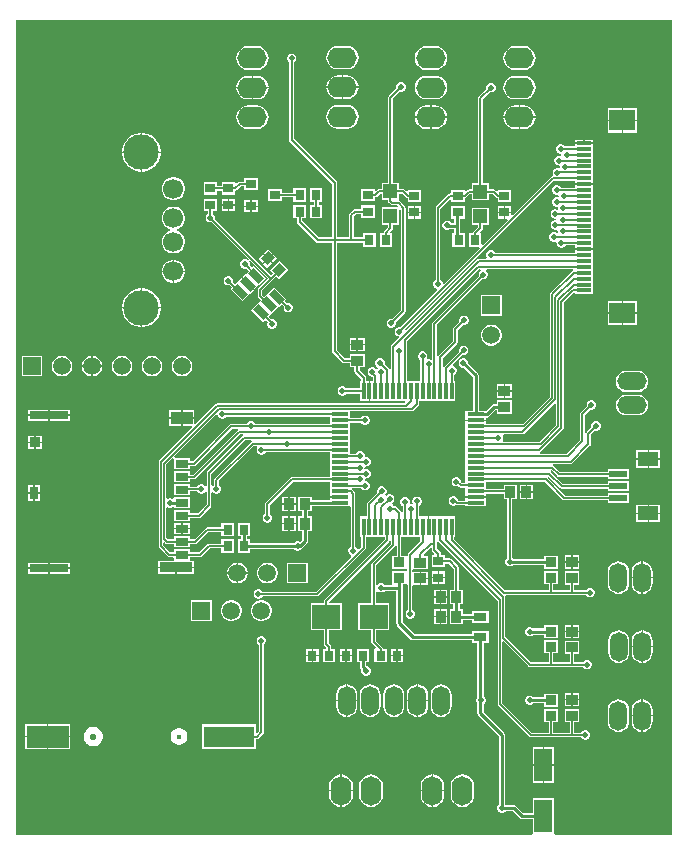
<source format=gtl>
G04*
G04 #@! TF.GenerationSoftware,Altium Limited,Altium Designer,23.3.1 (30)*
G04*
G04 Layer_Physical_Order=1*
G04 Layer_Color=255*
%FSLAX25Y25*%
%MOIN*%
G70*
G04*
G04 #@! TF.SameCoordinates,6E427E01-6470-4732-AD83-5CA9447D70B9*
G04*
G04*
G04 #@! TF.FilePolarity,Positive*
G04*
G01*
G75*
G04:AMPARAMS|DCode=15|XSize=47.24mil|YSize=23.62mil|CornerRadius=0mil|HoleSize=0mil|Usage=FLASHONLY|Rotation=315.000|XOffset=0mil|YOffset=0mil|HoleType=Round|Shape=Rectangle|*
%AMROTATEDRECTD15*
4,1,4,-0.02506,0.00835,-0.00835,0.02506,0.02506,-0.00835,0.00835,-0.02506,-0.02506,0.00835,0.0*
%
%ADD15ROTATEDRECTD15*%

G04:AMPARAMS|DCode=16|XSize=35.43mil|YSize=31.5mil|CornerRadius=0mil|HoleSize=0mil|Usage=FLASHONLY|Rotation=45.000|XOffset=0mil|YOffset=0mil|HoleType=Round|Shape=Rectangle|*
%AMROTATEDRECTD16*
4,1,4,-0.00139,-0.02366,-0.02366,-0.00139,0.00139,0.02366,0.02366,0.00139,-0.00139,-0.02366,0.0*
%
%ADD16ROTATEDRECTD16*%

%ADD17R,0.03937X0.03543*%
%ADD18R,0.06102X0.02362*%
%ADD19R,0.07087X0.04724*%
%ADD20R,0.01181X0.05807*%
%ADD21R,0.05807X0.01181*%
%ADD22R,0.03150X0.03543*%
%ADD23R,0.03543X0.03150*%
%ADD24R,0.03543X0.03150*%
%ADD25R,0.03740X0.03347*%
%ADD26R,0.04724X0.04724*%
%ADD27R,0.06299X0.11024*%
%ADD28R,0.05118X0.01181*%
%ADD29R,0.08661X0.07087*%
%ADD30R,0.09449X0.07874*%
%ADD31R,0.04331X0.02756*%
%ADD32R,0.07205X0.04488*%
%ADD33R,0.11024X0.03386*%
%ADD34R,0.13110X0.02756*%
%ADD35R,0.03661X0.03543*%
%ADD36R,0.03071X0.04134*%
%ADD37R,0.17008X0.07165*%
%ADD38R,0.13858X0.07362*%
%ADD39R,0.03543X0.03937*%
%ADD40R,0.04449X0.02992*%
%ADD79C,0.01000*%
%ADD80C,0.00800*%
%ADD81C,0.00500*%
%ADD82R,0.05906X0.05906*%
%ADD83C,0.05906*%
%ADD84R,0.05906X0.05906*%
%ADD85O,0.05906X0.09843*%
%ADD86C,0.11811*%
%ADD87C,0.06693*%
%ADD88O,0.09843X0.06890*%
%ADD89O,0.09843X0.05906*%
%ADD90O,0.06890X0.09843*%
%ADD91C,0.01772*%
%ADD92C,0.02284*%
%ADD93C,0.01968*%
G36*
X549197Y193803D02*
X510558D01*
X510150Y194024D01*
X510150Y194303D01*
Y206047D01*
X502850D01*
Y201055D01*
X499687D01*
X497321Y203421D01*
X496990Y203642D01*
X496600Y203720D01*
X493907D01*
X493720Y203907D01*
Y227000D01*
X493642Y227390D01*
X493421Y227721D01*
X486520Y234622D01*
Y237293D01*
X486935Y237708D01*
X487175Y238287D01*
Y238913D01*
X486935Y239492D01*
X486520Y239908D01*
Y257559D01*
X488224D01*
Y261551D01*
X482776D01*
Y260575D01*
X463567D01*
X459520Y264622D01*
Y275900D01*
Y277268D01*
X460735D01*
X460870Y277268D01*
X461235Y276942D01*
Y268646D01*
X461208Y268635D01*
X460765Y268192D01*
X460525Y267613D01*
Y266987D01*
X460765Y266408D01*
X461208Y265965D01*
X461787Y265725D01*
X462413D01*
X462992Y265965D01*
X463435Y266408D01*
X463675Y266987D01*
Y267613D01*
X463435Y268192D01*
X462992Y268635D01*
X462765Y268729D01*
Y276524D01*
X463031Y276913D01*
X463265Y276913D01*
X465250D01*
Y279185D01*
Y281457D01*
X463265D01*
X463031Y281457D01*
X462767Y281842D01*
X463031Y282228D01*
X467969D01*
Y286772D01*
X466777D01*
X466569Y287272D01*
X468736Y289438D01*
X469236Y289231D01*
Y288846D01*
X469306Y288495D01*
X469505Y288198D01*
X470127Y287575D01*
X469920Y287075D01*
X469228D01*
Y282925D01*
X473772D01*
Y284082D01*
X474920D01*
X476582Y282420D01*
Y275468D01*
X475228D01*
Y270532D01*
X476480D01*
Y268969D01*
X475228D01*
Y264032D01*
X479772D01*
Y265425D01*
X482776D01*
Y264449D01*
X488224D01*
Y268441D01*
X482776D01*
Y267464D01*
X479772D01*
Y268969D01*
X478520D01*
Y270532D01*
X479772D01*
Y275468D01*
X478418D01*
Y282800D01*
X478348Y283151D01*
X478149Y283449D01*
X475949Y285649D01*
X475651Y285848D01*
X475300Y285918D01*
X473772D01*
Y287075D01*
X472418D01*
Y287500D01*
X472348Y287851D01*
X472149Y288149D01*
X471071Y289227D01*
Y291201D01*
X471571Y291352D01*
X471581Y291337D01*
X491235Y271683D01*
Y237500D01*
X491293Y237207D01*
X491459Y236959D01*
X501959Y226459D01*
X502207Y226293D01*
X502500Y226235D01*
X519112D01*
X519165Y226108D01*
X519608Y225665D01*
X520187Y225425D01*
X520813D01*
X521392Y225665D01*
X521835Y226108D01*
X522075Y226687D01*
Y227313D01*
X521835Y227892D01*
X521392Y228335D01*
X520813Y228575D01*
X520187D01*
X519608Y228335D01*
X519165Y227892D01*
X519112Y227765D01*
X516765D01*
Y231228D01*
X518469D01*
Y235772D01*
X513531D01*
Y231228D01*
X515235D01*
Y227765D01*
X509765D01*
Y231268D01*
X511370D01*
Y235614D01*
X506630D01*
Y231268D01*
X508235D01*
Y227765D01*
X502817D01*
X492765Y237817D01*
Y258001D01*
X493227Y258192D01*
X501459Y249959D01*
X501707Y249794D01*
X502000Y249735D01*
X519612D01*
X519665Y249608D01*
X520108Y249165D01*
X520687Y248925D01*
X521313D01*
X521892Y249165D01*
X522335Y249608D01*
X522575Y250187D01*
Y250813D01*
X522335Y251392D01*
X521892Y251835D01*
X521313Y252075D01*
X520687D01*
X520108Y251835D01*
X519665Y251392D01*
X519612Y251265D01*
X516765D01*
Y253913D01*
X518469D01*
Y258457D01*
X513531D01*
Y253913D01*
X515235D01*
Y251265D01*
X509765D01*
Y254209D01*
X511370D01*
Y258555D01*
X506630D01*
Y254209D01*
X508235D01*
Y251265D01*
X502317D01*
X493765Y259817D01*
Y273000D01*
X493765Y273000D01*
X493718Y273235D01*
X493749Y273354D01*
X494012Y273735D01*
X520612D01*
X520665Y273608D01*
X521108Y273165D01*
X521687Y272925D01*
X522313D01*
X522892Y273165D01*
X523335Y273608D01*
X523575Y274187D01*
Y274813D01*
X523335Y275392D01*
X522892Y275835D01*
X522313Y276075D01*
X521687D01*
X521108Y275835D01*
X520665Y275392D01*
X520612Y275265D01*
X516765D01*
Y277071D01*
X518469D01*
Y281614D01*
X513531D01*
Y277071D01*
X515235D01*
Y275265D01*
X509765D01*
Y277327D01*
X511370D01*
Y281673D01*
X506630D01*
Y277327D01*
X508235D01*
Y275265D01*
X493817D01*
X476824Y292258D01*
Y293096D01*
X477150D01*
Y299903D01*
X469063D01*
Y299903D01*
X468435D01*
Y296500D01*
X467935D01*
Y299903D01*
X467307D01*
Y299903D01*
X465013D01*
Y303434D01*
X465266Y303539D01*
X465709Y303982D01*
X465949Y304561D01*
Y305187D01*
X465709Y305766D01*
X465266Y306209D01*
X464687Y306449D01*
X464061D01*
X463482Y306209D01*
X463039Y305766D01*
X462799Y305187D01*
Y304561D01*
X462897Y304324D01*
X462575Y303913D01*
X462215Y303928D01*
X461933Y304340D01*
Y304966D01*
X461693Y305545D01*
X461250Y305988D01*
X460671Y306227D01*
X460045D01*
X459466Y305988D01*
X459023Y305545D01*
X458783Y304966D01*
Y304340D01*
X459023Y303761D01*
X459466Y303318D01*
X459570Y303275D01*
Y301395D01*
X459070Y301345D01*
X459049Y301450D01*
X458883Y301698D01*
X457541Y303041D01*
X457293Y303206D01*
X457000Y303265D01*
X456888D01*
X456835Y303392D01*
X456392Y303835D01*
X456204Y303913D01*
X456164Y304198D01*
X456174Y304467D01*
X456575Y304868D01*
X456815Y305446D01*
Y306073D01*
X456575Y306652D01*
X456132Y307095D01*
X455554Y307334D01*
X454927D01*
X454348Y307095D01*
X454088Y306834D01*
X453861Y306899D01*
X453787Y307070D01*
X453795Y307249D01*
X453937Y307391D01*
X454177Y307969D01*
Y308596D01*
X453937Y309175D01*
X453494Y309618D01*
X452915Y309858D01*
X452289D01*
X451710Y309618D01*
X451267Y309175D01*
X451027Y308596D01*
Y307969D01*
X451080Y307842D01*
X447959Y304721D01*
X447793Y304473D01*
X447735Y304181D01*
Y299903D01*
X445441D01*
Y293096D01*
X445767D01*
Y289768D01*
X445027Y289028D01*
X444437Y289145D01*
X444335Y289392D01*
X443892Y289835D01*
X443765Y289888D01*
Y307500D01*
X443707Y307793D01*
X443541Y308041D01*
X442777Y308804D01*
X442632Y308902D01*
X442729Y309401D01*
X445685D01*
X445765Y309208D01*
X446208Y308765D01*
X446787Y308525D01*
X447413D01*
X447992Y308765D01*
X448435Y309208D01*
X448675Y309787D01*
Y310413D01*
X448435Y310992D01*
X447992Y311435D01*
X447413Y311675D01*
X447040D01*
X446878Y312118D01*
X447184Y312521D01*
X447337Y312525D01*
X447813D01*
X448392Y312765D01*
X448835Y313208D01*
X449075Y313787D01*
Y314413D01*
X448835Y314992D01*
X448392Y315435D01*
X447813Y315675D01*
X447237D01*
X447168Y315691D01*
X446775Y316045D01*
Y316113D01*
X447053Y316481D01*
X447237Y316525D01*
X447713D01*
X448292Y316765D01*
X448735Y317208D01*
X448975Y317787D01*
Y318413D01*
X448735Y318992D01*
X448292Y319435D01*
X447713Y319675D01*
X447361D01*
X447067Y319723D01*
X446899Y320137D01*
Y320378D01*
X446659Y320956D01*
X446216Y321399D01*
X445637Y321639D01*
X445011D01*
X444432Y321399D01*
X443989Y320956D01*
X443938Y320834D01*
X442108D01*
Y325102D01*
X442108D01*
Y326858D01*
X442108D01*
Y331128D01*
X445615D01*
X445665Y331008D01*
X446108Y330565D01*
X446687Y330325D01*
X447313D01*
X447892Y330565D01*
X448335Y331008D01*
X448575Y331587D01*
Y332213D01*
X448335Y332792D01*
X447892Y333235D01*
X447313Y333475D01*
X446687D01*
X446108Y333235D01*
X445665Y332792D01*
X445609Y332658D01*
X442108D01*
Y334945D01*
X442560Y335060D01*
X462825D01*
X463117Y335118D01*
X463366Y335284D01*
X464789Y336707D01*
X464789Y336707D01*
X464955Y336955D01*
X465013Y337248D01*
X465013Y337248D01*
Y338278D01*
X467307D01*
Y338278D01*
X469063D01*
Y338278D01*
X477150D01*
Y345085D01*
X476794D01*
Y347124D01*
X476892Y347165D01*
X477335Y347608D01*
X477575Y348187D01*
Y348813D01*
X477335Y349392D01*
X476892Y349835D01*
X476490Y350002D01*
X476318Y350537D01*
X479459Y353678D01*
X479587Y353625D01*
X480213D01*
X480792Y353865D01*
X481235Y354308D01*
X481475Y354887D01*
Y355513D01*
X481235Y356092D01*
X480792Y356535D01*
X480213Y356775D01*
X479587D01*
X479008Y356535D01*
X478565Y356092D01*
X478325Y355513D01*
Y354887D01*
X478378Y354759D01*
X473550Y349931D01*
X473384Y349683D01*
X472887Y349746D01*
Y352705D01*
X477641Y357459D01*
X477641Y357459D01*
X477807Y357707D01*
X477865Y358000D01*
Y361983D01*
X479559Y363678D01*
X479687Y363625D01*
X480313D01*
X480892Y363865D01*
X481335Y364308D01*
X481575Y364887D01*
Y365513D01*
X481335Y366092D01*
X480892Y366535D01*
X480313Y366775D01*
X479687D01*
X479108Y366535D01*
X478665Y366092D01*
X478425Y365513D01*
Y364887D01*
X478478Y364759D01*
X476559Y362841D01*
X476394Y362593D01*
X476335Y362300D01*
Y358317D01*
X471581Y353563D01*
X471416Y353315D01*
X470918Y353377D01*
Y363837D01*
X486059Y378978D01*
X486187Y378925D01*
X486813D01*
X487392Y379165D01*
X487835Y379608D01*
X488075Y380187D01*
Y380813D01*
X487835Y381392D01*
X487429Y381798D01*
X487447Y381969D01*
X487580Y382298D01*
X516239D01*
X516302Y381801D01*
X516054Y381635D01*
X516054Y381635D01*
X508959Y374541D01*
X508793Y374293D01*
X508735Y374000D01*
Y339817D01*
X499601Y330682D01*
X487289D01*
Y331636D01*
X483886D01*
X480482D01*
Y330795D01*
Y326858D01*
X480482D01*
Y325102D01*
X480482D01*
Y320953D01*
Y317016D01*
Y313079D01*
X480482D01*
Y311323D01*
X480482D01*
Y310997D01*
X479355D01*
X479075Y311277D01*
Y311813D01*
X478835Y312392D01*
X478392Y312835D01*
X477813Y313075D01*
X477187D01*
X476608Y312835D01*
X476165Y312392D01*
X475925Y311813D01*
Y311187D01*
X476165Y310608D01*
X476608Y310165D01*
X477187Y309925D01*
X477813D01*
X478132Y310057D01*
X478498Y309692D01*
X478746Y309526D01*
X479038Y309468D01*
X479038Y309468D01*
X480482D01*
Y306545D01*
X483886D01*
X487289D01*
Y307346D01*
X493228D01*
Y305532D01*
X494319D01*
Y286046D01*
X493965Y285692D01*
X493725Y285113D01*
Y284487D01*
X493965Y283908D01*
X494408Y283465D01*
X494987Y283225D01*
X495613D01*
X496192Y283465D01*
X496326Y283598D01*
X506630D01*
Y282445D01*
X511370D01*
Y286791D01*
X506630D01*
Y285638D01*
X496658D01*
X496635Y285692D01*
X496192Y286135D01*
X496154Y286151D01*
Y305532D01*
X497772D01*
Y310469D01*
X493228D01*
Y309181D01*
X487289D01*
Y311110D01*
X487289D01*
Y311436D01*
X506983D01*
X512959Y305459D01*
X513207Y305293D01*
X513500Y305235D01*
X527949D01*
Y304319D01*
X535051D01*
Y307681D01*
X527949D01*
Y306765D01*
X513817D01*
X507886Y312696D01*
X507893Y312911D01*
X507995Y313239D01*
X508142Y313276D01*
X512022Y309396D01*
X512022Y309396D01*
X512270Y309230D01*
X512563Y309172D01*
X527949D01*
Y308256D01*
X535051D01*
Y311618D01*
X527949D01*
Y310702D01*
X512880D01*
X508917Y314664D01*
X508924Y314879D01*
X509027Y315208D01*
X509174Y315245D01*
X511085Y313333D01*
X511085Y313333D01*
X511333Y313168D01*
X511626Y313109D01*
X527949D01*
Y312193D01*
X535051D01*
Y315555D01*
X527949D01*
Y314639D01*
X511943D01*
X509903Y316679D01*
X509655Y316844D01*
X509718Y317342D01*
X515606D01*
X515899Y317400D01*
X516147Y317566D01*
X522041Y323459D01*
X522206Y323707D01*
X522265Y324000D01*
Y327183D01*
X523559Y328478D01*
X523687Y328425D01*
X524313D01*
X524892Y328665D01*
X525335Y329108D01*
X525575Y329687D01*
Y330313D01*
X525335Y330892D01*
X524892Y331335D01*
X524313Y331575D01*
X523687D01*
X523108Y331335D01*
X522665Y330892D01*
X522425Y330313D01*
Y329687D01*
X522478Y329559D01*
X520959Y328041D01*
X520793Y327793D01*
X520765Y327648D01*
X520265Y327697D01*
Y333683D01*
X522059Y335478D01*
X522187Y335425D01*
X522813D01*
X523392Y335665D01*
X523835Y336108D01*
X524075Y336687D01*
Y337313D01*
X523835Y337892D01*
X523392Y338335D01*
X522813Y338575D01*
X522187D01*
X521608Y338335D01*
X521165Y337892D01*
X520925Y337313D01*
Y336687D01*
X520978Y336559D01*
X518959Y334541D01*
X518793Y334293D01*
X518735Y334000D01*
Y325317D01*
X514258Y320840D01*
X505399D01*
X505336Y321337D01*
X505584Y321503D01*
X513041Y328959D01*
X513206Y329207D01*
X513265Y329500D01*
Y371183D01*
X516441Y374359D01*
X516941Y374268D01*
Y374098D01*
X523059D01*
Y378035D01*
Y381972D01*
Y385910D01*
Y388719D01*
X520000D01*
X516941D01*
Y387765D01*
X490388D01*
X490335Y387892D01*
X489892Y388335D01*
X489313Y388575D01*
X488687D01*
X488108Y388335D01*
X487665Y387892D01*
X487425Y387313D01*
Y386687D01*
X487587Y386296D01*
X487323Y385796D01*
X485032D01*
X484739Y385738D01*
X484491Y385572D01*
X460915Y361996D01*
X460362Y362151D01*
X460337Y362255D01*
X509907Y411826D01*
X516941D01*
Y410872D01*
X520000D01*
X523059D01*
Y413469D01*
Y417406D01*
Y421343D01*
Y424152D01*
X520000D01*
X516941D01*
Y423198D01*
X513574D01*
X513535Y423292D01*
X513092Y423735D01*
X512513Y423975D01*
X511887D01*
X511308Y423735D01*
X510865Y423292D01*
X510625Y422713D01*
Y422087D01*
X510865Y421508D01*
X511308Y421065D01*
X511887Y420825D01*
X512163D01*
X512369Y420775D01*
X512463Y420361D01*
X512066Y420053D01*
X512013Y420075D01*
X511387D01*
X510808Y419835D01*
X510365Y419392D01*
X510125Y418813D01*
Y418187D01*
X510365Y417608D01*
X510808Y417165D01*
X511387Y416925D01*
X511663D01*
X512035Y416835D01*
X512125Y416463D01*
Y416321D01*
X511825Y416040D01*
X511675Y415966D01*
X511413Y416075D01*
X510787D01*
X510208Y415835D01*
X509765Y415392D01*
X509525Y414813D01*
Y414187D01*
X509662Y413855D01*
X509647Y413746D01*
X509411Y413334D01*
X509386Y413315D01*
X509298Y413297D01*
X509050Y413131D01*
X496234Y400315D01*
X495772Y400506D01*
Y400994D01*
X493750D01*
Y399169D01*
X494435D01*
X494626Y398707D01*
X486293Y390374D01*
X485831Y390565D01*
Y394272D01*
X485506D01*
X485315Y394734D01*
X486041Y395459D01*
X486041Y395459D01*
X486206Y395707D01*
X486265Y396000D01*
X486265Y396000D01*
Y397004D01*
X488362D01*
Y402728D01*
X482638D01*
Y397004D01*
X484735D01*
Y396317D01*
X483215Y394797D01*
X483049Y394549D01*
X482994Y394272D01*
X481681D01*
Y389728D01*
X484994D01*
X485185Y389266D01*
X473375Y377456D01*
X472875Y377613D01*
X472635Y378192D01*
X472192Y378635D01*
X472065Y378688D01*
Y402383D01*
X475228Y405547D01*
X475728Y405340D01*
Y404681D01*
X480272D01*
Y405994D01*
X480548Y406049D01*
X480797Y406215D01*
X481951Y407369D01*
X482638D01*
Y405272D01*
X488362D01*
Y407369D01*
X489549D01*
X490703Y406215D01*
X490951Y406049D01*
X491228Y405994D01*
Y404681D01*
X495772D01*
Y408831D01*
X491228D01*
Y408506D01*
X490766Y408315D01*
X490407Y408675D01*
X490159Y408840D01*
X489866Y408898D01*
X488362D01*
Y410996D01*
X486265D01*
Y438993D01*
X488538Y441266D01*
X488665Y441213D01*
X489292D01*
X489870Y441453D01*
X490313Y441896D01*
X490553Y442475D01*
Y443101D01*
X490313Y443680D01*
X489870Y444123D01*
X489292Y444363D01*
X488665D01*
X488086Y444123D01*
X487643Y443680D01*
X487403Y443101D01*
Y442475D01*
X487456Y442347D01*
X484959Y439850D01*
X484794Y439602D01*
X484735Y439310D01*
Y410996D01*
X482638D01*
Y408898D01*
X481634D01*
X481634Y408899D01*
X481341Y408840D01*
X481093Y408675D01*
X481093Y408674D01*
X480734Y408315D01*
X480272Y408506D01*
Y408831D01*
X475728D01*
Y407521D01*
X475356D01*
X475063Y407462D01*
X474815Y407297D01*
X470759Y403241D01*
X470594Y402993D01*
X470535Y402700D01*
Y378688D01*
X470408Y378635D01*
X469965Y378192D01*
X469725Y377613D01*
Y376987D01*
X469965Y376408D01*
X470408Y375965D01*
X470987Y375725D01*
X471144Y375225D01*
X458941Y363022D01*
X458813Y363075D01*
X458187D01*
X457608Y362835D01*
X457165Y362392D01*
X456925Y361813D01*
Y361187D01*
X457165Y360608D01*
X457608Y360165D01*
X458187Y359925D01*
X458344Y359425D01*
X455833Y356915D01*
X455667Y356667D01*
X455609Y356374D01*
Y349091D01*
X455112Y349029D01*
X454946Y349277D01*
X453560Y350663D01*
X453575Y350699D01*
Y351325D01*
X453335Y351904D01*
X452892Y352347D01*
X452313Y352587D01*
X451687D01*
X451108Y352347D01*
X450665Y351904D01*
X450425Y351325D01*
Y350699D01*
X450665Y350120D01*
X451108Y349677D01*
X451126Y349669D01*
X451200Y349172D01*
X450833Y348974D01*
X450679Y349048D01*
X450392Y349335D01*
X449813Y349575D01*
X449187D01*
X448608Y349335D01*
X448165Y348892D01*
X447925Y348313D01*
Y347687D01*
X448165Y347108D01*
X448608Y346665D01*
X449187Y346425D01*
X449596D01*
X449704Y346317D01*
Y345085D01*
X448750D01*
Y341681D01*
Y338278D01*
X453528D01*
Y338278D01*
X455283D01*
Y338278D01*
X460202D01*
X460450Y337778D01*
X460307Y337590D01*
X397825D01*
X397825Y337590D01*
X397532Y337531D01*
X397284Y337366D01*
X390505Y330587D01*
X390043Y330778D01*
Y332510D01*
X386191D01*
Y330016D01*
X389281D01*
X389472Y329554D01*
X378459Y318541D01*
X378293Y318293D01*
X378235Y318000D01*
Y290000D01*
X378293Y289707D01*
X378459Y289459D01*
X381290Y286629D01*
X381538Y286463D01*
X381831Y286405D01*
X382981D01*
X383335Y286051D01*
X383335Y285291D01*
X382910Y285110D01*
X378020D01*
Y283167D01*
X390043D01*
Y285110D01*
X389090D01*
X388665Y285291D01*
X388665Y285610D01*
Y286405D01*
X392169D01*
X392462Y286463D01*
X392710Y286629D01*
X395317Y289235D01*
X399169D01*
Y287728D01*
X403319D01*
Y292272D01*
X399169D01*
Y290765D01*
X395000D01*
X394707Y290706D01*
X394459Y290541D01*
X394459Y290541D01*
X391852Y287934D01*
X388665D01*
Y289047D01*
X383335D01*
Y287934D01*
X382148D01*
X379765Y290317D01*
Y291001D01*
X380227Y291192D01*
X380459Y290959D01*
X380459Y290959D01*
X380707Y290793D01*
X381000Y290735D01*
X383335D01*
Y289622D01*
X388665D01*
Y290735D01*
X390500D01*
X390793Y290793D01*
X391041Y290959D01*
X394817Y294735D01*
X399169D01*
Y293228D01*
X403319D01*
Y297772D01*
X399169D01*
Y296265D01*
X394500D01*
X394207Y296206D01*
X393959Y296041D01*
X390183Y292265D01*
X388665D01*
Y293378D01*
X383335D01*
Y292265D01*
X381317D01*
X380765Y292817D01*
Y302655D01*
X381265Y302959D01*
X381587Y302825D01*
X382213D01*
X382792Y303065D01*
X382835Y303108D01*
X383335Y302900D01*
Y302614D01*
X388665D01*
Y306370D01*
X383335D01*
Y305900D01*
X382835Y305693D01*
X382792Y305735D01*
X382213Y305975D01*
X381587D01*
X381265Y305841D01*
X380765Y306145D01*
Y317183D01*
X382835Y319253D01*
X383335Y319046D01*
Y315606D01*
X388665D01*
Y316720D01*
X389984D01*
X390277Y316778D01*
X390525Y316944D01*
X402734Y329153D01*
X404594D01*
X404656Y328655D01*
X404408Y328489D01*
X404408Y328489D01*
X389683Y313765D01*
X388665D01*
Y315032D01*
X383335D01*
Y311276D01*
X388665D01*
Y312235D01*
X390000D01*
X390293Y312294D01*
X390541Y312459D01*
X405266Y327184D01*
X406218D01*
X406281Y326687D01*
X406033Y326521D01*
X394488Y314976D01*
X394322Y314728D01*
X394264Y314436D01*
Y310117D01*
X394100Y310031D01*
X393764Y309963D01*
X393392Y310335D01*
X392813Y310575D01*
X392187D01*
X391608Y310335D01*
X391165Y309892D01*
X391112Y309765D01*
X388665D01*
Y310701D01*
X383335D01*
Y306945D01*
X388665D01*
Y308235D01*
X391112D01*
X391165Y308108D01*
X391608Y307665D01*
X392187Y307425D01*
X392813D01*
X393392Y307665D01*
X393764Y308037D01*
X394100Y307969D01*
X394264Y307884D01*
Y303845D01*
X391345Y300926D01*
X388665D01*
Y302039D01*
X383335D01*
Y298284D01*
X388665D01*
Y299397D01*
X391661D01*
X391954Y299455D01*
X392202Y299621D01*
X395569Y302988D01*
X395735Y303236D01*
X395793Y303529D01*
X395793Y303529D01*
Y307798D01*
X396293Y307980D01*
X396608Y307665D01*
X397187Y307425D01*
X397813D01*
X398392Y307665D01*
X398835Y308108D01*
X399075Y308687D01*
Y309313D01*
X398835Y309892D01*
X398392Y310335D01*
X398265Y310388D01*
Y311683D01*
X409829Y323247D01*
X410867D01*
X411105Y322747D01*
X410925Y322313D01*
Y321687D01*
X411165Y321108D01*
X411608Y320665D01*
X412187Y320425D01*
X412813D01*
X413392Y320665D01*
X413835Y321108D01*
X413897Y321257D01*
X435301D01*
Y317016D01*
Y313291D01*
X435301D01*
Y312965D01*
X422701D01*
X422408Y312907D01*
X422160Y312741D01*
X413959Y304541D01*
X413794Y304293D01*
X413735Y304000D01*
Y300688D01*
X413608Y300635D01*
X413165Y300192D01*
X412925Y299613D01*
Y298987D01*
X413165Y298408D01*
X413608Y297965D01*
X414187Y297725D01*
X414813D01*
X415392Y297965D01*
X415835Y298408D01*
X416075Y298987D01*
Y299613D01*
X415835Y300192D01*
X415392Y300635D01*
X415265Y300688D01*
Y303683D01*
X423018Y311436D01*
X435301D01*
Y311110D01*
X435301D01*
Y309142D01*
Y306545D01*
X438705D01*
Y306045D01*
X435301D01*
Y305346D01*
X429272D01*
Y306469D01*
X424728D01*
Y301532D01*
X425980D01*
Y299969D01*
X424728D01*
Y295031D01*
X425980D01*
Y292022D01*
X425331Y291373D01*
X424838Y291577D01*
X424212D01*
X423633Y291337D01*
X423316Y291020D01*
X408831D01*
Y292272D01*
X407775D01*
Y293228D01*
X408831D01*
Y297772D01*
X404681D01*
Y293228D01*
X405736D01*
Y292272D01*
X404681D01*
Y287728D01*
X408831D01*
Y288980D01*
X423320D01*
X423633Y288667D01*
X424212Y288427D01*
X424838D01*
X425417Y288667D01*
X425845Y289094D01*
X426121Y289279D01*
X427721Y290879D01*
X427942Y291210D01*
X428020Y291600D01*
Y295031D01*
X429272D01*
Y299969D01*
X428020D01*
Y301532D01*
X429272D01*
Y303307D01*
X435301D01*
Y303236D01*
X442108D01*
X442235Y302789D01*
Y289888D01*
X442108Y289835D01*
X441665Y289392D01*
X441425Y288813D01*
Y288187D01*
X441665Y287608D01*
X442108Y287165D01*
X442355Y287063D01*
X442472Y286473D01*
X430764Y274765D01*
X412888D01*
X412835Y274892D01*
X412392Y275335D01*
X411813Y275575D01*
X411187D01*
X410608Y275335D01*
X410165Y274892D01*
X409925Y274313D01*
Y273687D01*
X410165Y273108D01*
X410608Y272665D01*
X411187Y272425D01*
X411813D01*
X412392Y272665D01*
X412835Y273108D01*
X412888Y273235D01*
X431081D01*
X431373Y273293D01*
X431621Y273459D01*
X447072Y288910D01*
X447238Y289158D01*
X447296Y289451D01*
Y293096D01*
X453315D01*
Y293096D01*
X453641D01*
Y292222D01*
X433585Y272167D01*
X433420Y271919D01*
X433361Y271626D01*
Y270937D01*
X428902D01*
Y262063D01*
X433361D01*
Y257374D01*
X433420Y257081D01*
X433585Y256833D01*
X434147Y256272D01*
X434022Y255772D01*
X432925D01*
Y251228D01*
X437075D01*
Y255772D01*
X435765D01*
Y256500D01*
X435707Y256793D01*
X435541Y257041D01*
X434891Y257691D01*
Y262063D01*
X439350D01*
Y270937D01*
X435199D01*
X435018Y271437D01*
X454946Y291365D01*
X455112Y291613D01*
X455609Y291550D01*
Y290691D01*
X449333Y284415D01*
X449167Y284167D01*
X449109Y283874D01*
Y270937D01*
X444650D01*
Y262063D01*
X449109D01*
Y258126D01*
X449167Y257833D01*
X449333Y257585D01*
X450685Y256234D01*
X450494Y255772D01*
X450169D01*
Y251228D01*
X454319D01*
Y255772D01*
X453006D01*
X452951Y256048D01*
X452785Y256297D01*
X450639Y258443D01*
Y262063D01*
X455098D01*
Y270937D01*
X450639D01*
Y274827D01*
X451139Y275034D01*
X451408Y274765D01*
X451987Y274525D01*
X452613D01*
X453192Y274765D01*
X453508Y275080D01*
X457480D01*
Y264200D01*
X457558Y263810D01*
X457779Y263479D01*
X462424Y258834D01*
X462755Y258613D01*
X463145Y258536D01*
X482776D01*
Y257559D01*
X484480D01*
Y239707D01*
X484265Y239492D01*
X484025Y238913D01*
Y238287D01*
X484265Y237708D01*
X484480Y237492D01*
Y234200D01*
X484558Y233810D01*
X484779Y233479D01*
X491680Y226578D01*
Y203907D01*
X491365Y203592D01*
X491125Y203013D01*
Y202387D01*
X491365Y201808D01*
X491808Y201365D01*
X492387Y201125D01*
X493013D01*
X493592Y201365D01*
X493907Y201680D01*
X496178D01*
X498544Y199314D01*
X498874Y199093D01*
X499265Y199016D01*
X502850D01*
Y194303D01*
X502850Y194024D01*
X502442Y193803D01*
X330803D01*
Y465197D01*
X549197D01*
Y193803D01*
D02*
G37*
G36*
X485553Y381969D02*
X485571Y381798D01*
X485165Y381392D01*
X484925Y380813D01*
Y380187D01*
X484978Y380059D01*
X469613Y364694D01*
X469447Y364446D01*
X469389Y364154D01*
Y352392D01*
X468889Y352119D01*
X468513Y352275D01*
X468045D01*
X467751Y352601D01*
X467695Y352736D01*
X467791Y352970D01*
Y353597D01*
X467552Y354175D01*
X467109Y354619D01*
X466530Y354858D01*
X465903D01*
X465324Y354619D01*
X464882Y354175D01*
X464642Y353597D01*
Y352970D01*
X464882Y352391D01*
X465324Y351948D01*
X465452Y351896D01*
Y345085D01*
X461076D01*
Y358494D01*
X484880Y382298D01*
X485420D01*
X485553Y381969D01*
D02*
G37*
G36*
X397925Y333687D02*
X398165Y333108D01*
X398608Y332665D01*
X399187Y332425D01*
X399813D01*
X400392Y332665D01*
X400817Y333090D01*
X435301D01*
Y330682D01*
X410422D01*
X410335Y330892D01*
X409892Y331335D01*
X409313Y331575D01*
X408687D01*
X408108Y331335D01*
X407665Y330892D01*
X407578Y330682D01*
X402417D01*
X402417Y330682D01*
X402125Y330624D01*
X401877Y330458D01*
X401877Y330458D01*
X389668Y318249D01*
X388665D01*
Y319362D01*
X383651D01*
X383444Y319862D01*
X397425Y333844D01*
X397925Y333687D01*
D02*
G37*
G36*
X510735Y337501D02*
Y330317D01*
X505195Y324777D01*
X493157D01*
X492905Y325276D01*
X493075Y325687D01*
Y326313D01*
X492921Y326684D01*
X493196Y327184D01*
X499449D01*
X499742Y327242D01*
X499990Y327408D01*
X510273Y337692D01*
X510735Y337501D01*
D02*
G37*
G36*
X409219Y324718D02*
X408971Y324552D01*
X396959Y312541D01*
X396794Y312293D01*
X396735Y312000D01*
Y310388D01*
X396608Y310335D01*
X396293Y310020D01*
X395793Y310202D01*
Y314119D01*
X406890Y325216D01*
X409156D01*
X409219Y324718D01*
D02*
G37*
G36*
X465452Y291533D02*
X461459Y287541D01*
X461294Y287293D01*
X461243Y287039D01*
X460870Y286732D01*
X459107D01*
Y293096D01*
X465452D01*
Y291533D01*
D02*
G37*
G36*
X457578Y290019D02*
Y286732D01*
X456130D01*
Y282386D01*
X460870D01*
X460938Y282325D01*
Y281675D01*
X460870Y281614D01*
X460735Y281614D01*
X456130D01*
Y277268D01*
X455691Y277120D01*
X453508D01*
X453192Y277435D01*
X452613Y277675D01*
X451987D01*
X451408Y277435D01*
X451139Y277166D01*
X450639Y277373D01*
Y283557D01*
X456915Y289833D01*
X457081Y290081D01*
X457578Y290019D01*
D02*
G37*
%LPC*%
G36*
X440976Y456821D02*
X438024D01*
X436994Y456686D01*
X436034Y456288D01*
X435210Y455656D01*
X434578Y454832D01*
X434180Y453872D01*
X434045Y452843D01*
X434180Y451813D01*
X434578Y450853D01*
X435210Y450029D01*
X436034Y449397D01*
X436994Y448999D01*
X438024Y448864D01*
X440976D01*
X442006Y448999D01*
X442966Y449397D01*
X443790Y450029D01*
X444422Y450853D01*
X444820Y451813D01*
X444955Y452843D01*
X444820Y453872D01*
X444422Y454832D01*
X443790Y455656D01*
X442966Y456288D01*
X442006Y456686D01*
X440976Y456821D01*
D02*
G37*
G36*
X499976Y456664D02*
X497024D01*
X495994Y456528D01*
X495034Y456131D01*
X494210Y455499D01*
X493578Y454674D01*
X493180Y453715D01*
X493045Y452685D01*
X493180Y451655D01*
X493578Y450696D01*
X494210Y449871D01*
X495034Y449239D01*
X495994Y448842D01*
X497024Y448706D01*
X499976D01*
X501006Y448842D01*
X501966Y449239D01*
X502790Y449871D01*
X503422Y450696D01*
X503820Y451655D01*
X503955Y452685D01*
X503820Y453715D01*
X503422Y454674D01*
X502790Y455499D01*
X501966Y456131D01*
X501006Y456528D01*
X499976Y456664D01*
D02*
G37*
G36*
X470476D02*
X467524D01*
X466494Y456528D01*
X465534Y456131D01*
X464710Y455499D01*
X464078Y454674D01*
X463680Y453715D01*
X463545Y452685D01*
X463680Y451655D01*
X464078Y450696D01*
X464710Y449871D01*
X465534Y449239D01*
X466494Y448842D01*
X467524Y448706D01*
X470476D01*
X471506Y448842D01*
X472466Y449239D01*
X473290Y449871D01*
X473922Y450696D01*
X474320Y451655D01*
X474455Y452685D01*
X474320Y453715D01*
X473922Y454674D01*
X473290Y455499D01*
X472466Y456131D01*
X471506Y456528D01*
X470476Y456664D01*
D02*
G37*
G36*
X410976D02*
X408024D01*
X406994Y456528D01*
X406034Y456131D01*
X405210Y455499D01*
X404578Y454674D01*
X404180Y453715D01*
X404045Y452685D01*
X404180Y451655D01*
X404578Y450696D01*
X405210Y449871D01*
X406034Y449239D01*
X406994Y448842D01*
X408024Y448706D01*
X410976D01*
X412006Y448842D01*
X412966Y449239D01*
X413790Y449871D01*
X414422Y450696D01*
X414820Y451655D01*
X414955Y452685D01*
X414820Y453715D01*
X414422Y454674D01*
X413790Y455499D01*
X412966Y456131D01*
X412006Y456528D01*
X410976Y456664D01*
D02*
G37*
G36*
X440976Y446979D02*
X439750D01*
Y443250D01*
X444922D01*
X444820Y444030D01*
X444422Y444989D01*
X443790Y445814D01*
X442966Y446446D01*
X442006Y446843D01*
X440976Y446979D01*
D02*
G37*
G36*
X439250D02*
X438024D01*
X436994Y446843D01*
X436034Y446446D01*
X435210Y445814D01*
X434578Y444989D01*
X434180Y444030D01*
X434078Y443250D01*
X439250D01*
Y446979D01*
D02*
G37*
G36*
X410976Y446821D02*
X409750D01*
Y443092D01*
X414922D01*
X414820Y443872D01*
X414422Y444832D01*
X413790Y445656D01*
X412966Y446288D01*
X412006Y446686D01*
X410976Y446821D01*
D02*
G37*
G36*
X409250D02*
X408024D01*
X406994Y446686D01*
X406034Y446288D01*
X405210Y445656D01*
X404578Y444832D01*
X404180Y443872D01*
X404078Y443092D01*
X409250D01*
Y446821D01*
D02*
G37*
G36*
X459313Y444575D02*
X458687D01*
X458108Y444335D01*
X457665Y443892D01*
X457425Y443313D01*
Y442687D01*
X457478Y442559D01*
X454959Y440041D01*
X454794Y439793D01*
X454735Y439500D01*
Y411130D01*
X452638D01*
Y409032D01*
X451768D01*
X451768Y409032D01*
X451475Y408974D01*
X451227Y408808D01*
X450734Y408315D01*
X450272Y408506D01*
Y409075D01*
X445728D01*
Y404925D01*
X450272D01*
Y406235D01*
X450500D01*
X450793Y406293D01*
X451041Y406459D01*
X452084Y407503D01*
X452638D01*
Y405406D01*
X454735D01*
Y405000D01*
X454794Y404707D01*
X454959Y404459D01*
X455559Y403859D01*
X455807Y403693D01*
X456100Y403635D01*
X457776D01*
X458012Y403336D01*
X457802Y402862D01*
X452638D01*
Y397138D01*
X454735D01*
Y396317D01*
X453459Y395041D01*
X453294Y394793D01*
X453235Y394500D01*
Y394272D01*
X451925D01*
Y389728D01*
X456075D01*
Y394272D01*
X455506D01*
X455315Y394734D01*
X456041Y395459D01*
X456207Y395707D01*
X456265Y396000D01*
Y397138D01*
X458362D01*
Y402052D01*
X458862Y402310D01*
X459035Y402187D01*
Y368517D01*
X456241Y365722D01*
X456113Y365775D01*
X455487D01*
X454908Y365535D01*
X454465Y365092D01*
X454225Y364513D01*
Y363887D01*
X454465Y363308D01*
X454908Y362865D01*
X455487Y362625D01*
X456113D01*
X456692Y362865D01*
X457135Y363308D01*
X457375Y363887D01*
Y364513D01*
X457322Y364641D01*
X460341Y367659D01*
X460341Y367659D01*
X460506Y367907D01*
X460565Y368200D01*
Y402800D01*
X460506Y403093D01*
X460341Y403341D01*
X458741Y404941D01*
X458628Y405016D01*
X458362Y405406D01*
Y407503D01*
X459415D01*
X460703Y406215D01*
X460703Y406215D01*
X460952Y406049D01*
X461228Y405994D01*
Y404681D01*
X465772D01*
Y408831D01*
X461228D01*
Y408506D01*
X460766Y408315D01*
X460273Y408808D01*
X460025Y408974D01*
X459732Y409032D01*
X458362D01*
Y411130D01*
X456265D01*
Y439183D01*
X458559Y441478D01*
X458687Y441425D01*
X459313D01*
X459892Y441665D01*
X460335Y442108D01*
X460575Y442687D01*
Y443313D01*
X460335Y443892D01*
X459892Y444335D01*
X459313Y444575D01*
D02*
G37*
G36*
X444922Y442750D02*
X439750D01*
Y439021D01*
X440976D01*
X442006Y439157D01*
X442966Y439554D01*
X443790Y440187D01*
X444422Y441011D01*
X444820Y441970D01*
X444922Y442750D01*
D02*
G37*
G36*
X439250D02*
X434078D01*
X434180Y441970D01*
X434578Y441011D01*
X435210Y440187D01*
X436034Y439554D01*
X436994Y439157D01*
X438024Y439021D01*
X439250D01*
Y442750D01*
D02*
G37*
G36*
X499976Y446821D02*
X497024D01*
X495994Y446686D01*
X495034Y446288D01*
X494210Y445656D01*
X493578Y444832D01*
X493180Y443872D01*
X493045Y442842D01*
X493180Y441813D01*
X493578Y440853D01*
X494210Y440029D01*
X495034Y439397D01*
X495994Y438999D01*
X497024Y438864D01*
X499976D01*
X501006Y438999D01*
X501966Y439397D01*
X502790Y440029D01*
X503422Y440853D01*
X503820Y441813D01*
X503955Y442842D01*
X503820Y443872D01*
X503422Y444832D01*
X502790Y445656D01*
X501966Y446288D01*
X501006Y446686D01*
X499976Y446821D01*
D02*
G37*
G36*
X470476D02*
X467524D01*
X466494Y446686D01*
X465534Y446288D01*
X464710Y445656D01*
X464078Y444832D01*
X463680Y443872D01*
X463545Y442842D01*
X463680Y441813D01*
X464078Y440853D01*
X464710Y440029D01*
X465534Y439397D01*
X466494Y438999D01*
X467524Y438864D01*
X470476D01*
X471506Y438999D01*
X472466Y439397D01*
X473290Y440029D01*
X473922Y440853D01*
X474320Y441813D01*
X474455Y442842D01*
X474320Y443872D01*
X473922Y444832D01*
X473290Y445656D01*
X472466Y446288D01*
X471506Y446686D01*
X470476Y446821D01*
D02*
G37*
G36*
X414922Y442592D02*
X409750D01*
Y438864D01*
X410976D01*
X412006Y438999D01*
X412966Y439397D01*
X413790Y440029D01*
X414422Y440853D01*
X414820Y441813D01*
X414922Y442592D01*
D02*
G37*
G36*
X409250D02*
X404078D01*
X404180Y441813D01*
X404578Y440853D01*
X405210Y440029D01*
X406034Y439397D01*
X406994Y438999D01*
X408024Y438864D01*
X409250D01*
Y442592D01*
D02*
G37*
G36*
X499976Y436979D02*
X498750D01*
Y433250D01*
X503922D01*
X503820Y434030D01*
X503422Y434990D01*
X502790Y435814D01*
X501966Y436446D01*
X501006Y436843D01*
X499976Y436979D01*
D02*
G37*
G36*
X470476D02*
X469250D01*
Y433250D01*
X474422D01*
X474320Y434030D01*
X473922Y434990D01*
X473290Y435814D01*
X472466Y436446D01*
X471506Y436843D01*
X470476Y436979D01*
D02*
G37*
G36*
X498250D02*
X497024D01*
X495994Y436843D01*
X495034Y436446D01*
X494210Y435814D01*
X493578Y434990D01*
X493180Y434030D01*
X493078Y433250D01*
X498250D01*
Y436979D01*
D02*
G37*
G36*
X468750D02*
X467524D01*
X466494Y436843D01*
X465534Y436446D01*
X464710Y435814D01*
X464078Y434990D01*
X463680Y434030D01*
X463578Y433250D01*
X468750D01*
Y436979D01*
D02*
G37*
G36*
X537626Y435925D02*
X533045D01*
Y432132D01*
X537626D01*
Y435925D01*
D02*
G37*
G36*
X532545D02*
X527965D01*
Y432132D01*
X532545D01*
Y435925D01*
D02*
G37*
G36*
X440976Y437136D02*
X438024D01*
X436994Y437001D01*
X436034Y436603D01*
X435210Y435971D01*
X434578Y435147D01*
X434180Y434187D01*
X434045Y433157D01*
X434180Y432128D01*
X434578Y431168D01*
X435210Y430344D01*
X436034Y429712D01*
X436994Y429314D01*
X438024Y429179D01*
X440976D01*
X442006Y429314D01*
X442966Y429712D01*
X443790Y430344D01*
X444422Y431168D01*
X444820Y432128D01*
X444955Y433157D01*
X444820Y434187D01*
X444422Y435147D01*
X443790Y435971D01*
X442966Y436603D01*
X442006Y437001D01*
X440976Y437136D01*
D02*
G37*
G36*
X503922Y432750D02*
X498750D01*
Y429021D01*
X499976D01*
X501006Y429157D01*
X501966Y429554D01*
X502790Y430187D01*
X503422Y431010D01*
X503820Y431970D01*
X503922Y432750D01*
D02*
G37*
G36*
X498250D02*
X493078D01*
X493180Y431970D01*
X493578Y431010D01*
X494210Y430187D01*
X495034Y429554D01*
X495994Y429157D01*
X497024Y429021D01*
X498250D01*
Y432750D01*
D02*
G37*
G36*
X474422D02*
X469250D01*
Y429021D01*
X470476D01*
X471506Y429157D01*
X472466Y429554D01*
X473290Y430187D01*
X473922Y431010D01*
X474320Y431970D01*
X474422Y432750D01*
D02*
G37*
G36*
X468750D02*
X463578D01*
X463680Y431970D01*
X464078Y431010D01*
X464710Y430187D01*
X465534Y429554D01*
X466494Y429157D01*
X467524Y429021D01*
X468750D01*
Y432750D01*
D02*
G37*
G36*
X410976Y436979D02*
X408024D01*
X406994Y436843D01*
X406034Y436446D01*
X405210Y435814D01*
X404578Y434990D01*
X404180Y434030D01*
X404045Y433000D01*
X404180Y431970D01*
X404578Y431010D01*
X405210Y430187D01*
X406034Y429554D01*
X406994Y429157D01*
X408024Y429021D01*
X410976D01*
X412006Y429157D01*
X412966Y429554D01*
X413790Y430187D01*
X414422Y431010D01*
X414820Y431970D01*
X414955Y433000D01*
X414820Y434030D01*
X414422Y434990D01*
X413790Y435814D01*
X412966Y436446D01*
X412006Y436843D01*
X410976Y436979D01*
D02*
G37*
G36*
X537626Y431632D02*
X533045D01*
Y427839D01*
X537626D01*
Y431632D01*
D02*
G37*
G36*
X532545D02*
X527965D01*
Y427839D01*
X532545D01*
Y431632D01*
D02*
G37*
G36*
X523059Y425492D02*
X520250D01*
Y424652D01*
X523059D01*
Y425492D01*
D02*
G37*
G36*
X519750D02*
X516941D01*
Y424652D01*
X519750D01*
Y425492D01*
D02*
G37*
G36*
X373131Y427638D02*
X372750D01*
Y421482D01*
X378906D01*
Y421863D01*
X378659Y423101D01*
X378176Y424266D01*
X377476Y425316D01*
X376583Y426208D01*
X375534Y426909D01*
X374368Y427392D01*
X373131Y427638D01*
D02*
G37*
G36*
X372250D02*
X371869D01*
X370632Y427392D01*
X369466Y426909D01*
X368417Y426208D01*
X367525Y425316D01*
X366824Y424266D01*
X366341Y423101D01*
X366094Y421863D01*
Y421482D01*
X372250D01*
Y427638D01*
D02*
G37*
G36*
X378906Y420982D02*
X372750D01*
Y414827D01*
X373131D01*
X374368Y415073D01*
X375534Y415556D01*
X376583Y416257D01*
X377476Y417149D01*
X378176Y418198D01*
X378659Y419364D01*
X378906Y420601D01*
Y420982D01*
D02*
G37*
G36*
X372250D02*
X366094D01*
Y420601D01*
X366341Y419364D01*
X366824Y418198D01*
X367525Y417149D01*
X368417Y416257D01*
X369466Y415556D01*
X370632Y415073D01*
X371869Y414827D01*
X372250D01*
Y420982D01*
D02*
G37*
G36*
X411335Y412815D02*
X406791D01*
Y411505D01*
X405240D01*
X405240Y411505D01*
X404948Y411447D01*
X404699Y411281D01*
X404699Y411281D01*
X404234Y410815D01*
X403772Y411006D01*
Y411331D01*
X399228D01*
Y410021D01*
X397772D01*
Y411331D01*
X393228D01*
Y407181D01*
X397772D01*
Y408491D01*
X399228D01*
Y407181D01*
X403772D01*
Y408494D01*
X404048Y408549D01*
X404297Y408715D01*
X405557Y409975D01*
X406791D01*
Y408665D01*
X411335D01*
Y412815D01*
D02*
G37*
G36*
X523059Y410372D02*
X520000D01*
X516941D01*
Y409442D01*
X512297D01*
X512235Y409592D01*
X511792Y410035D01*
X511213Y410275D01*
X510587D01*
X510008Y410035D01*
X509565Y409592D01*
X509325Y409013D01*
Y408387D01*
X509565Y407808D01*
X510008Y407365D01*
X510587Y407125D01*
X511154D01*
X511311Y407040D01*
X511609Y406780D01*
X511608Y406663D01*
X511313Y406275D01*
X510687D01*
X510108Y406035D01*
X509665Y405592D01*
X509425Y405013D01*
Y404387D01*
X509665Y403808D01*
X510108Y403365D01*
X510687Y403125D01*
X510997D01*
X511271Y402950D01*
X511307Y402463D01*
X510917Y402181D01*
X510813Y402224D01*
X510187D01*
X509608Y401985D01*
X509165Y401542D01*
X508925Y400963D01*
Y400336D01*
X509165Y399758D01*
X509608Y399315D01*
X510187Y399075D01*
X510602D01*
X510824Y398848D01*
X510651Y398575D01*
X510187D01*
X509608Y398335D01*
X509165Y397892D01*
X508925Y397313D01*
Y396687D01*
X509165Y396108D01*
X509608Y395665D01*
X510187Y395425D01*
X510813D01*
X510963Y395487D01*
X511070Y395447D01*
X511425Y395138D01*
Y394687D01*
X511551Y394383D01*
X511127Y394100D01*
X510892Y394335D01*
X510313Y394575D01*
X509687D01*
X509108Y394335D01*
X508665Y393892D01*
X508425Y393313D01*
Y392687D01*
X508665Y392108D01*
X509108Y391665D01*
X509687Y391425D01*
X510313D01*
X510463Y391487D01*
X510570Y391447D01*
X510925Y391138D01*
Y390687D01*
X511165Y390108D01*
X511608Y389665D01*
X512187Y389425D01*
X512813D01*
X513392Y389665D01*
X513835Y390108D01*
X513875Y390204D01*
X516941D01*
Y389218D01*
X520000D01*
X523059D01*
Y389846D01*
Y393783D01*
Y397721D01*
Y401657D01*
Y405594D01*
Y409531D01*
Y410372D01*
D02*
G37*
G36*
X427319Y409272D02*
X423169D01*
Y407765D01*
X419209D01*
Y409075D01*
X414665D01*
Y404925D01*
X419209D01*
Y406235D01*
X423169D01*
Y404728D01*
X427319D01*
Y409272D01*
D02*
G37*
G36*
X383676Y412992D02*
X382663D01*
X381685Y412730D01*
X380807Y412224D01*
X380091Y411507D01*
X379585Y410630D01*
X379323Y409652D01*
Y408639D01*
X379585Y407661D01*
X380091Y406784D01*
X380807Y406068D01*
X381685Y405561D01*
X382663Y405299D01*
X383676D01*
X384654Y405561D01*
X385531Y406068D01*
X386247Y406784D01*
X386754Y407661D01*
X387016Y408639D01*
Y409652D01*
X386754Y410630D01*
X386247Y411507D01*
X385531Y412224D01*
X384654Y412730D01*
X383676Y412992D01*
D02*
G37*
G36*
X403772Y405819D02*
X401750D01*
Y403994D01*
X403772D01*
Y405819D01*
D02*
G37*
G36*
X401250D02*
X399228D01*
Y403994D01*
X401250D01*
Y405819D01*
D02*
G37*
G36*
X411335Y405335D02*
X409313D01*
Y403510D01*
X411335D01*
Y405335D01*
D02*
G37*
G36*
X408813D02*
X406791D01*
Y403510D01*
X408813D01*
Y405335D01*
D02*
G37*
G36*
X403772Y403494D02*
X401750D01*
Y401669D01*
X403772D01*
Y403494D01*
D02*
G37*
G36*
X401250D02*
X399228D01*
Y401669D01*
X401250D01*
Y403494D01*
D02*
G37*
G36*
X495772Y403319D02*
X493750D01*
Y401494D01*
X495772D01*
Y403319D01*
D02*
G37*
G36*
X493250D02*
X491228D01*
Y401494D01*
X493250D01*
Y403319D01*
D02*
G37*
G36*
X465772D02*
X463750D01*
Y401494D01*
X465772D01*
Y403319D01*
D02*
G37*
G36*
X463250D02*
X461228D01*
Y401494D01*
X463250D01*
Y403319D01*
D02*
G37*
G36*
X411335Y403010D02*
X409313D01*
Y401185D01*
X411335D01*
Y403010D01*
D02*
G37*
G36*
X408813D02*
X406791D01*
Y401185D01*
X408813D01*
Y403010D01*
D02*
G37*
G36*
X432831Y409272D02*
X428681D01*
Y404728D01*
X429991D01*
Y403772D01*
X428681D01*
Y399228D01*
X432831D01*
Y403772D01*
X431521D01*
Y404728D01*
X432831D01*
Y409272D01*
D02*
G37*
G36*
X493250Y400994D02*
X491228D01*
Y399169D01*
X493250D01*
Y400994D01*
D02*
G37*
G36*
X465772D02*
X463750D01*
Y399169D01*
X465772D01*
Y400994D01*
D02*
G37*
G36*
X463250D02*
X461228D01*
Y399169D01*
X463250D01*
Y400994D01*
D02*
G37*
G36*
X480272Y403319D02*
X475728D01*
Y399169D01*
X476780D01*
Y397764D01*
X475747D01*
X475735Y397792D01*
X475292Y398235D01*
X474713Y398475D01*
X474087D01*
X473508Y398235D01*
X473065Y397792D01*
X472825Y397213D01*
Y396587D01*
X473065Y396008D01*
X473508Y395565D01*
X474087Y395325D01*
X474713D01*
X475292Y395565D01*
X475452Y395725D01*
X476780D01*
Y394272D01*
X476169D01*
Y389728D01*
X480319D01*
Y394272D01*
X478820D01*
Y399169D01*
X480272D01*
Y403319D01*
D02*
G37*
G36*
X422841Y454136D02*
X422215D01*
X421636Y453897D01*
X421193Y453454D01*
X420953Y452875D01*
Y452248D01*
X421193Y451670D01*
X421610Y451252D01*
Y425274D01*
X421680Y424923D01*
X421879Y424625D01*
X435982Y410522D01*
Y392918D01*
X431680D01*
X426162Y398436D01*
Y399228D01*
X427319D01*
Y403772D01*
X423169D01*
Y399228D01*
X424327D01*
Y398056D01*
X424396Y397705D01*
X424595Y397407D01*
X430651Y391351D01*
X430949Y391152D01*
X431300Y391082D01*
X435982D01*
Y355060D01*
X436052Y354709D01*
X436251Y354412D01*
X439469Y351194D01*
X439767Y350995D01*
X440118Y350925D01*
X441931D01*
Y349571D01*
X443482D01*
Y348300D01*
X443552Y347949D01*
X443751Y347651D01*
X445614Y345788D01*
Y345085D01*
X445441D01*
Y342618D01*
X440809D01*
X440392Y343035D01*
X439813Y343275D01*
X439187D01*
X438608Y343035D01*
X438165Y342592D01*
X437925Y342013D01*
Y341387D01*
X438165Y340808D01*
X438608Y340365D01*
X439187Y340125D01*
X439813D01*
X440392Y340365D01*
X440809Y340782D01*
X445441D01*
Y338278D01*
X448250D01*
Y341681D01*
Y345085D01*
X447449D01*
Y346168D01*
X447379Y346520D01*
X447180Y346817D01*
X445318Y348680D01*
Y349571D01*
X446869D01*
Y354114D01*
X441931D01*
Y352760D01*
X440498D01*
X437818Y355440D01*
Y391082D01*
X446413D01*
Y389728D01*
X450563D01*
Y394272D01*
X446413D01*
Y392918D01*
X443418D01*
Y399920D01*
X444068Y400571D01*
X445728D01*
Y399413D01*
X450272D01*
Y403563D01*
X445728D01*
Y402406D01*
X443688D01*
X443337Y402336D01*
X443039Y402137D01*
X441851Y400949D01*
X441652Y400651D01*
X441582Y400300D01*
Y392918D01*
X437818D01*
Y410902D01*
X437748Y411253D01*
X437549Y411551D01*
X423446Y425654D01*
Y451252D01*
X423863Y451670D01*
X424103Y452248D01*
Y452875D01*
X423863Y453454D01*
X423420Y453897D01*
X422841Y454136D01*
D02*
G37*
G36*
X383676Y403150D02*
X382663D01*
X381685Y402887D01*
X380807Y402381D01*
X380091Y401665D01*
X379585Y400788D01*
X379323Y399810D01*
Y398797D01*
X379585Y397818D01*
X380091Y396941D01*
X380807Y396225D01*
X381685Y395719D01*
X382035Y395625D01*
Y395107D01*
X381685Y395013D01*
X380807Y394507D01*
X380091Y393791D01*
X379585Y392914D01*
X379323Y391935D01*
Y390923D01*
X379585Y389945D01*
X380091Y389067D01*
X380807Y388351D01*
X381685Y387845D01*
X382663Y387583D01*
X383676D01*
X384654Y387845D01*
X385531Y388351D01*
X386247Y389067D01*
X386754Y389945D01*
X387016Y390923D01*
Y391935D01*
X386754Y392914D01*
X386247Y393791D01*
X385531Y394507D01*
X384654Y395013D01*
X384304Y395107D01*
Y395625D01*
X384654Y395719D01*
X385531Y396225D01*
X386247Y396941D01*
X386754Y397818D01*
X387016Y398797D01*
Y399810D01*
X386754Y400788D01*
X386247Y401665D01*
X385531Y402381D01*
X384654Y402887D01*
X383676Y403150D01*
D02*
G37*
G36*
X414742Y388971D02*
X413312Y387541D01*
X414603Y386251D01*
X416032Y387681D01*
X414742Y388971D01*
D02*
G37*
G36*
X397772Y405819D02*
X393228D01*
Y401669D01*
X394735D01*
Y400888D01*
X394608Y400835D01*
X394165Y400392D01*
X393925Y399813D01*
Y399187D01*
X394165Y398608D01*
X394608Y398165D01*
X395187Y397925D01*
X395813D01*
X395941Y397978D01*
X408219Y385700D01*
X407892Y385335D01*
X407313Y385575D01*
X406687D01*
X406108Y385335D01*
X405665Y384892D01*
X405425Y384313D01*
Y383687D01*
X405665Y383108D01*
X406108Y382665D01*
X406687Y382425D01*
X407313D01*
X407441Y382478D01*
X408206Y381713D01*
X407539Y381046D01*
X407185Y380693D01*
X407099Y380606D01*
X406173Y379680D01*
X408197Y377657D01*
X410221Y375633D01*
X411146Y376558D01*
X411500Y376912D01*
X411586Y376998D01*
X413877Y379289D01*
X409830Y383337D01*
X409287Y382794D01*
X408522Y383559D01*
X408575Y383687D01*
Y384313D01*
X408335Y384892D01*
X408700Y385219D01*
X414669Y379250D01*
X411459Y376041D01*
X411294Y375793D01*
X411235Y375500D01*
Y373500D01*
X411294Y373207D01*
X411459Y372959D01*
X412415Y372003D01*
X411854Y371442D01*
X411500Y371088D01*
X411414Y371002D01*
X409123Y368711D01*
X413170Y364663D01*
X413818Y365311D01*
X414540Y364590D01*
X414425Y364313D01*
Y363687D01*
X414665Y363108D01*
X415108Y362665D01*
X415687Y362425D01*
X416313D01*
X416892Y362665D01*
X417335Y363108D01*
X417575Y363687D01*
Y364313D01*
X417335Y364892D01*
X416892Y365335D01*
X416313Y365575D01*
X415717D01*
X414900Y366392D01*
X415461Y366954D01*
X415815Y367307D01*
X415901Y367394D01*
X418106Y369599D01*
X418192Y369685D01*
X418546Y370039D01*
X419213Y370706D01*
X419978Y369941D01*
X419925Y369813D01*
Y369187D01*
X420165Y368608D01*
X420608Y368165D01*
X421187Y367925D01*
X421813D01*
X422392Y368165D01*
X422835Y368608D01*
X423075Y369187D01*
Y369813D01*
X422835Y370392D01*
X422392Y370835D01*
X421813Y371075D01*
X421187D01*
X421059Y371022D01*
X420294Y371787D01*
X420837Y372330D01*
X416789Y376377D01*
X414498Y374086D01*
X414412Y374000D01*
X414058Y373646D01*
X413497Y373085D01*
X412765Y373817D01*
Y375183D01*
X416541Y378959D01*
X417434Y379853D01*
X418361Y378927D01*
X421573Y382139D01*
X418639Y385073D01*
X415427Y381861D01*
X416353Y380934D01*
X415750Y380331D01*
X397022Y399059D01*
X397075Y399187D01*
Y399813D01*
X396835Y400392D01*
X396392Y400835D01*
X396265Y400888D01*
Y401669D01*
X397772D01*
Y405819D01*
D02*
G37*
G36*
X416386Y387327D02*
X414956Y385897D01*
X416246Y384607D01*
X417676Y386037D01*
X416386Y387327D01*
D02*
G37*
G36*
X412959Y387188D02*
X411529Y385758D01*
X412819Y384468D01*
X414249Y385897D01*
X412959Y387188D01*
D02*
G37*
G36*
X414603Y385544D02*
X413173Y384114D01*
X414463Y382824D01*
X415893Y384254D01*
X414603Y385544D01*
D02*
G37*
G36*
X383676Y385433D02*
X383419D01*
Y381837D01*
X387016D01*
Y382093D01*
X386754Y383071D01*
X386247Y383948D01*
X385531Y384665D01*
X384654Y385171D01*
X383676Y385433D01*
D02*
G37*
G36*
X382919D02*
X382663D01*
X381685Y385171D01*
X380807Y384665D01*
X380091Y383948D01*
X379585Y383071D01*
X379323Y382093D01*
Y381837D01*
X382919D01*
Y385433D01*
D02*
G37*
G36*
X387016Y381337D02*
X383419D01*
Y377740D01*
X383676D01*
X384654Y378002D01*
X385531Y378509D01*
X386247Y379225D01*
X386754Y380102D01*
X387016Y381080D01*
Y381337D01*
D02*
G37*
G36*
X382919D02*
X379323D01*
Y381080D01*
X379585Y380102D01*
X380091Y379225D01*
X380807Y378509D01*
X381685Y378002D01*
X382663Y377740D01*
X382919D01*
Y381337D01*
D02*
G37*
G36*
X401813Y380075D02*
X401187D01*
X400608Y379835D01*
X400165Y379392D01*
X399925Y378813D01*
Y378187D01*
X400165Y377608D01*
X400608Y377165D01*
X401187Y376925D01*
X401813D01*
X401941Y376978D01*
X402705Y376213D01*
X402163Y375670D01*
X406211Y371623D01*
X408502Y373914D01*
X408588Y374000D01*
X408942Y374354D01*
X409867Y375279D01*
X407843Y377303D01*
X405820Y379327D01*
X404894Y378401D01*
X404808Y378315D01*
X404454Y377961D01*
X403787Y377294D01*
X403022Y378059D01*
X403075Y378187D01*
Y378813D01*
X402835Y379392D01*
X402392Y379835D01*
X401813Y380075D01*
D02*
G37*
G36*
X373131Y375905D02*
X372750D01*
Y369750D01*
X378906D01*
Y370131D01*
X378659Y371368D01*
X378176Y372534D01*
X377476Y373583D01*
X376583Y374476D01*
X375534Y375177D01*
X374368Y375659D01*
X373131Y375905D01*
D02*
G37*
G36*
X372250D02*
X371869D01*
X370632Y375659D01*
X369466Y375177D01*
X368417Y374476D01*
X367525Y373583D01*
X366824Y372534D01*
X366341Y371368D01*
X366094Y370131D01*
Y369750D01*
X372250D01*
Y375905D01*
D02*
G37*
G36*
X537626Y371752D02*
X533045D01*
Y367959D01*
X537626D01*
Y371752D01*
D02*
G37*
G36*
X532545D02*
X527965D01*
Y367959D01*
X532545D01*
Y371752D01*
D02*
G37*
G36*
X492553Y373753D02*
X485647D01*
Y366847D01*
X492553D01*
Y373753D01*
D02*
G37*
G36*
X537626Y367459D02*
X533045D01*
Y363665D01*
X537626D01*
Y367459D01*
D02*
G37*
G36*
X532545D02*
X527965D01*
Y363665D01*
X532545D01*
Y367459D01*
D02*
G37*
G36*
X378906Y369250D02*
X372750D01*
Y363094D01*
X373131D01*
X374368Y363341D01*
X375534Y363824D01*
X376583Y364525D01*
X377476Y365417D01*
X378176Y366466D01*
X378659Y367632D01*
X378906Y368869D01*
Y369250D01*
D02*
G37*
G36*
X372250D02*
X366094D01*
Y368869D01*
X366341Y367632D01*
X366824Y366466D01*
X367525Y365417D01*
X368417Y364525D01*
X369466Y363824D01*
X370632Y363341D01*
X371869Y363094D01*
X372250D01*
Y369250D01*
D02*
G37*
G36*
X446869Y359429D02*
X444650D01*
Y357407D01*
X446869D01*
Y359429D01*
D02*
G37*
G36*
X444150D02*
X441931D01*
Y357407D01*
X444150D01*
Y359429D01*
D02*
G37*
G36*
X489555Y363753D02*
X488645D01*
X487767Y363517D01*
X486980Y363063D01*
X486337Y362420D01*
X485883Y361633D01*
X485647Y360755D01*
Y359845D01*
X485883Y358967D01*
X486337Y358180D01*
X486980Y357537D01*
X487767Y357083D01*
X488645Y356847D01*
X489555D01*
X490433Y357083D01*
X491220Y357537D01*
X491863Y358180D01*
X492317Y358967D01*
X492553Y359845D01*
Y360755D01*
X492317Y361633D01*
X491863Y362420D01*
X491220Y363063D01*
X490433Y363517D01*
X489555Y363753D01*
D02*
G37*
G36*
X446869Y356908D02*
X444650D01*
Y354886D01*
X446869D01*
Y356908D01*
D02*
G37*
G36*
X444150D02*
X441931D01*
Y354886D01*
X444150D01*
Y356908D01*
D02*
G37*
G36*
X356455Y353453D02*
X356250D01*
Y350250D01*
X359453D01*
Y350455D01*
X359218Y351333D01*
X358763Y352120D01*
X358120Y352763D01*
X357333Y353218D01*
X356455Y353453D01*
D02*
G37*
G36*
X355750D02*
X355545D01*
X354667Y353218D01*
X353880Y352763D01*
X353237Y352120D01*
X352783Y351333D01*
X352547Y350455D01*
Y350250D01*
X355750D01*
Y353453D01*
D02*
G37*
G36*
X386455D02*
X385545D01*
X384667Y353218D01*
X383880Y352763D01*
X383237Y352120D01*
X382783Y351333D01*
X382547Y350455D01*
Y349545D01*
X382783Y348667D01*
X383237Y347880D01*
X383880Y347237D01*
X384667Y346782D01*
X385545Y346547D01*
X386455D01*
X387333Y346782D01*
X388120Y347237D01*
X388763Y347880D01*
X389217Y348667D01*
X389453Y349545D01*
Y350455D01*
X389217Y351333D01*
X388763Y352120D01*
X388120Y352763D01*
X387333Y353218D01*
X386455Y353453D01*
D02*
G37*
G36*
X376455D02*
X375545D01*
X374667Y353218D01*
X373880Y352763D01*
X373237Y352120D01*
X372782Y351333D01*
X372547Y350455D01*
Y349545D01*
X372782Y348667D01*
X373237Y347880D01*
X373880Y347237D01*
X374667Y346782D01*
X375545Y346547D01*
X376455D01*
X377333Y346782D01*
X378120Y347237D01*
X378763Y347880D01*
X379218Y348667D01*
X379453Y349545D01*
Y350455D01*
X379218Y351333D01*
X378763Y352120D01*
X378120Y352763D01*
X377333Y353218D01*
X376455Y353453D01*
D02*
G37*
G36*
X366455D02*
X365545D01*
X364667Y353218D01*
X363880Y352763D01*
X363237Y352120D01*
X362783Y351333D01*
X362547Y350455D01*
Y349545D01*
X362783Y348667D01*
X363237Y347880D01*
X363880Y347237D01*
X364667Y346782D01*
X365545Y346547D01*
X366455D01*
X367333Y346782D01*
X368120Y347237D01*
X368763Y347880D01*
X369217Y348667D01*
X369453Y349545D01*
Y350455D01*
X369217Y351333D01*
X368763Y352120D01*
X368120Y352763D01*
X367333Y353218D01*
X366455Y353453D01*
D02*
G37*
G36*
X359453Y349750D02*
X356250D01*
Y346547D01*
X356455D01*
X357333Y346782D01*
X358120Y347237D01*
X358763Y347880D01*
X359218Y348667D01*
X359453Y349545D01*
Y349750D01*
D02*
G37*
G36*
X355750D02*
X352547D01*
Y349545D01*
X352783Y348667D01*
X353237Y347880D01*
X353880Y347237D01*
X354667Y346782D01*
X355545Y346547D01*
X355750D01*
Y349750D01*
D02*
G37*
G36*
X346455Y353453D02*
X345545D01*
X344667Y353218D01*
X343880Y352763D01*
X343237Y352120D01*
X342782Y351333D01*
X342547Y350455D01*
Y349545D01*
X342782Y348667D01*
X343237Y347880D01*
X343880Y347237D01*
X344667Y346782D01*
X345545Y346547D01*
X346455D01*
X347333Y346782D01*
X348120Y347237D01*
X348763Y347880D01*
X349218Y348667D01*
X349453Y349545D01*
Y350455D01*
X349218Y351333D01*
X348763Y352120D01*
X348120Y352763D01*
X347333Y353218D01*
X346455Y353453D01*
D02*
G37*
G36*
X339453D02*
X332547D01*
Y346547D01*
X339453D01*
Y353453D01*
D02*
G37*
G36*
X495968Y343929D02*
X493750D01*
Y341908D01*
X495968D01*
Y343929D01*
D02*
G37*
G36*
X493250D02*
X491032D01*
Y341908D01*
X493250D01*
Y343929D01*
D02*
G37*
G36*
X537968Y348357D02*
X534031D01*
X533130Y348238D01*
X532290Y347890D01*
X531569Y347337D01*
X531015Y346615D01*
X530668Y345775D01*
X530549Y344874D01*
X530668Y343973D01*
X531015Y343133D01*
X531569Y342411D01*
X532290Y341858D01*
X533130Y341510D01*
X534031Y341391D01*
X537968D01*
X538870Y341510D01*
X539710Y341858D01*
X540431Y342411D01*
X540984Y343133D01*
X541332Y343973D01*
X541451Y344874D01*
X541332Y345775D01*
X540984Y346615D01*
X540431Y347337D01*
X539710Y347890D01*
X538870Y348238D01*
X537968Y348357D01*
D02*
G37*
G36*
X495968Y341407D02*
X493750D01*
Y339386D01*
X495968D01*
Y341407D01*
D02*
G37*
G36*
X493250D02*
X491032D01*
Y339386D01*
X493250D01*
Y341407D01*
D02*
G37*
G36*
X480113Y352575D02*
X479487D01*
X478908Y352335D01*
X478465Y351892D01*
X478225Y351313D01*
Y350687D01*
X478465Y350108D01*
X478908Y349665D01*
X479487Y349425D01*
X479933D01*
X482866Y346492D01*
Y334945D01*
X480482D01*
Y332136D01*
X483886D01*
X487289D01*
Y332835D01*
X487554D01*
X487945Y332912D01*
X488275Y333133D01*
X490465Y335323D01*
X491032D01*
Y334071D01*
X495968D01*
Y338614D01*
X491032D01*
Y337362D01*
X490042D01*
X489652Y337284D01*
X489322Y337064D01*
X487203Y334945D01*
X484905D01*
Y346914D01*
X484828Y347304D01*
X484607Y347635D01*
X481375Y350867D01*
Y351313D01*
X481135Y351892D01*
X480692Y352335D01*
X480113Y352575D01*
D02*
G37*
G36*
X348705Y335504D02*
X341900D01*
Y333876D01*
X348705D01*
Y335504D01*
D02*
G37*
G36*
X341400D02*
X334594D01*
Y333876D01*
X341400D01*
Y335504D01*
D02*
G37*
G36*
X537968Y340482D02*
X534031D01*
X533130Y340364D01*
X532290Y340016D01*
X531569Y339462D01*
X531015Y338741D01*
X530668Y337901D01*
X530549Y337000D01*
X530668Y336099D01*
X531015Y335259D01*
X531569Y334538D01*
X532290Y333984D01*
X533130Y333636D01*
X534031Y333518D01*
X537968D01*
X538870Y333636D01*
X539710Y333984D01*
X540431Y334538D01*
X540984Y335259D01*
X541332Y336099D01*
X541451Y337000D01*
X541332Y337901D01*
X540984Y338741D01*
X540431Y339462D01*
X539710Y340016D01*
X538870Y340364D01*
X537968Y340482D01*
D02*
G37*
G36*
X390043Y335504D02*
X386191D01*
Y333010D01*
X390043D01*
Y335504D01*
D02*
G37*
G36*
X385691D02*
X381839D01*
Y333010D01*
X385691D01*
Y335504D01*
D02*
G37*
G36*
X348705Y333376D02*
X341900D01*
Y331748D01*
X348705D01*
Y333376D01*
D02*
G37*
G36*
X341400D02*
X334594D01*
Y331748D01*
X341400D01*
Y333376D01*
D02*
G37*
G36*
X385691Y332510D02*
X381839D01*
Y330016D01*
X385691D01*
Y332510D01*
D02*
G37*
G36*
X339256Y326803D02*
X337175D01*
Y324781D01*
X339256D01*
Y326803D01*
D02*
G37*
G36*
X336675D02*
X334594D01*
Y324781D01*
X336675D01*
Y326803D01*
D02*
G37*
G36*
X339256Y324282D02*
X337175D01*
Y322260D01*
X339256D01*
Y324282D01*
D02*
G37*
G36*
X336675D02*
X334594D01*
Y322260D01*
X336675D01*
Y324282D01*
D02*
G37*
G36*
X545484Y321854D02*
X541691D01*
Y319242D01*
X545484D01*
Y321854D01*
D02*
G37*
G36*
X541191D02*
X537398D01*
Y319242D01*
X541191D01*
Y321854D01*
D02*
G37*
G36*
X545484Y318742D02*
X541691D01*
Y316130D01*
X545484D01*
Y318742D01*
D02*
G37*
G36*
X541191D02*
X537398D01*
Y316130D01*
X541191D01*
Y318742D01*
D02*
G37*
G36*
X503087Y310469D02*
X501065D01*
Y308250D01*
X503087D01*
Y310469D01*
D02*
G37*
G36*
X500565D02*
X498543D01*
Y308250D01*
X500565D01*
Y310469D01*
D02*
G37*
G36*
X338665Y310307D02*
X336880D01*
Y307990D01*
X338665D01*
Y310307D01*
D02*
G37*
G36*
X336380D02*
X334594D01*
Y307990D01*
X336380D01*
Y310307D01*
D02*
G37*
G36*
X503087Y307750D02*
X501065D01*
Y305532D01*
X503087D01*
Y307750D01*
D02*
G37*
G36*
X500565D02*
X498543D01*
Y305532D01*
X500565D01*
Y307750D01*
D02*
G37*
G36*
X338665Y307490D02*
X336880D01*
Y305173D01*
X338665D01*
Y307490D01*
D02*
G37*
G36*
X336380D02*
X334594D01*
Y305173D01*
X336380D01*
Y307490D01*
D02*
G37*
G36*
X423957Y306469D02*
X421935D01*
Y304250D01*
X423957D01*
Y306469D01*
D02*
G37*
G36*
X421435D02*
X419413D01*
Y304250D01*
X421435D01*
Y306469D01*
D02*
G37*
G36*
X476813Y306575D02*
X476187D01*
X475608Y306335D01*
X475165Y305892D01*
X474925Y305313D01*
Y304687D01*
X475165Y304108D01*
X475608Y303665D01*
X476187Y303425D01*
X476813D01*
X477282Y303620D01*
X477571Y303562D01*
X480482D01*
Y303236D01*
X487289D01*
Y306045D01*
X483886D01*
X480482D01*
Y305092D01*
X478075D01*
Y305313D01*
X477835Y305892D01*
X477392Y306335D01*
X476813Y306575D01*
D02*
G37*
G36*
X423957Y303750D02*
X421935D01*
Y301532D01*
X423957D01*
Y303750D01*
D02*
G37*
G36*
X421435D02*
X419413D01*
Y301532D01*
X421435D01*
Y303750D01*
D02*
G37*
G36*
X545484Y303744D02*
X541691D01*
Y301132D01*
X545484D01*
Y303744D01*
D02*
G37*
G36*
X541191D02*
X537398D01*
Y301132D01*
X541191D01*
Y303744D01*
D02*
G37*
G36*
X545484Y300632D02*
X541691D01*
Y298020D01*
X545484D01*
Y300632D01*
D02*
G37*
G36*
X541191D02*
X537398D01*
Y298020D01*
X541191D01*
Y300632D01*
D02*
G37*
G36*
X423957Y299969D02*
X421935D01*
Y297750D01*
X423957D01*
Y299969D01*
D02*
G37*
G36*
X421435D02*
X419413D01*
Y297750D01*
X421435D01*
Y299969D01*
D02*
G37*
G36*
X388665Y297709D02*
X386250D01*
Y296081D01*
X388665D01*
Y297709D01*
D02*
G37*
G36*
X385750D02*
X383335D01*
Y296081D01*
X385750D01*
Y297709D01*
D02*
G37*
G36*
X423957Y297250D02*
X421935D01*
Y295031D01*
X423957D01*
Y297250D01*
D02*
G37*
G36*
X421435D02*
X419413D01*
Y295031D01*
X421435D01*
Y297250D01*
D02*
G37*
G36*
X388665Y295581D02*
X386250D01*
Y293953D01*
X388665D01*
Y295581D01*
D02*
G37*
G36*
X385750D02*
X383335D01*
Y293953D01*
X385750D01*
Y295581D01*
D02*
G37*
G36*
X518469Y286929D02*
X516250D01*
Y284908D01*
X518469D01*
Y286929D01*
D02*
G37*
G36*
X515750D02*
X513531D01*
Y284908D01*
X515750D01*
Y286929D01*
D02*
G37*
G36*
X348705Y284480D02*
X341900D01*
Y282852D01*
X348705D01*
Y284480D01*
D02*
G37*
G36*
X341400D02*
X334594D01*
Y282852D01*
X341400D01*
Y284480D01*
D02*
G37*
G36*
X518469Y284407D02*
X516250D01*
Y282386D01*
X518469D01*
Y284407D01*
D02*
G37*
G36*
X515750D02*
X513531D01*
Y282386D01*
X515750D01*
Y284407D01*
D02*
G37*
G36*
X404955Y284453D02*
X404750D01*
Y281250D01*
X407953D01*
Y281455D01*
X407718Y282333D01*
X407263Y283120D01*
X406620Y283763D01*
X405833Y284218D01*
X404955Y284453D01*
D02*
G37*
G36*
X404250D02*
X404045D01*
X403167Y284218D01*
X402380Y283763D01*
X401737Y283120D01*
X401283Y282333D01*
X401047Y281455D01*
Y281250D01*
X404250D01*
Y284453D01*
D02*
G37*
G36*
X390043Y282667D02*
X384281D01*
Y280724D01*
X390043D01*
Y282667D01*
D02*
G37*
G36*
X383782D02*
X378020D01*
Y280724D01*
X383782D01*
Y282667D01*
D02*
G37*
G36*
X348705Y282352D02*
X341900D01*
Y280724D01*
X348705D01*
Y282352D01*
D02*
G37*
G36*
X341400D02*
X334594D01*
Y280724D01*
X341400D01*
Y282352D01*
D02*
G37*
G36*
X539624Y284918D02*
Y279750D01*
X542857D01*
Y281469D01*
X542738Y282370D01*
X542390Y283210D01*
X541837Y283931D01*
X541115Y284485D01*
X540275Y284832D01*
X539624Y284918D01*
D02*
G37*
G36*
X539124D02*
X538473Y284832D01*
X537633Y284485D01*
X536911Y283931D01*
X536358Y283210D01*
X536010Y282370D01*
X535891Y281469D01*
Y279750D01*
X539124D01*
Y284918D01*
D02*
G37*
G36*
X473772Y281563D02*
X471750D01*
Y279738D01*
X473772D01*
Y281563D01*
D02*
G37*
G36*
X471250D02*
X469228D01*
Y279738D01*
X471250D01*
Y281563D01*
D02*
G37*
G36*
X465750Y281457D02*
Y279435D01*
X467969D01*
Y281457D01*
X465750D01*
D02*
G37*
G36*
X427953Y284453D02*
X421047D01*
Y277547D01*
X427953D01*
Y284453D01*
D02*
G37*
G36*
X414955D02*
X414045D01*
X413167Y284218D01*
X412380Y283763D01*
X411737Y283120D01*
X411282Y282333D01*
X411047Y281455D01*
Y280545D01*
X411282Y279667D01*
X411737Y278880D01*
X412380Y278237D01*
X413167Y277783D01*
X414045Y277547D01*
X414955D01*
X415833Y277783D01*
X416620Y278237D01*
X417263Y278880D01*
X417718Y279667D01*
X417953Y280545D01*
Y281455D01*
X417718Y282333D01*
X417263Y283120D01*
X416620Y283763D01*
X415833Y284218D01*
X414955Y284453D01*
D02*
G37*
G36*
X407953Y280750D02*
X404750D01*
Y277547D01*
X404955D01*
X405833Y277783D01*
X406620Y278237D01*
X407263Y278880D01*
X407718Y279667D01*
X407953Y280545D01*
Y280750D01*
D02*
G37*
G36*
X404250D02*
X401047D01*
Y280545D01*
X401283Y279667D01*
X401737Y278880D01*
X402380Y278237D01*
X403167Y277783D01*
X404045Y277547D01*
X404250D01*
Y280750D01*
D02*
G37*
G36*
X473772Y279238D02*
X471750D01*
Y277413D01*
X473772D01*
Y279238D01*
D02*
G37*
G36*
X471250D02*
X469228D01*
Y277413D01*
X471250D01*
Y279238D01*
D02*
G37*
G36*
X467969Y278935D02*
X465750D01*
Y276913D01*
X467969D01*
Y278935D01*
D02*
G37*
G36*
X542857Y279250D02*
X539624D01*
Y274082D01*
X540275Y274168D01*
X541115Y274516D01*
X541837Y275069D01*
X542390Y275790D01*
X542738Y276630D01*
X542857Y277532D01*
Y279250D01*
D02*
G37*
G36*
X539124D02*
X535891D01*
Y277532D01*
X536010Y276630D01*
X536358Y275790D01*
X536911Y275069D01*
X537633Y274516D01*
X538473Y274168D01*
X539124Y274082D01*
Y279250D01*
D02*
G37*
G36*
X531500Y284951D02*
X530599Y284832D01*
X529759Y284485D01*
X529038Y283931D01*
X528484Y283210D01*
X528136Y282370D01*
X528018Y281469D01*
Y277532D01*
X528136Y276630D01*
X528484Y275790D01*
X529038Y275069D01*
X529759Y274516D01*
X530599Y274168D01*
X531500Y274049D01*
X532401Y274168D01*
X533241Y274516D01*
X533962Y275069D01*
X534516Y275790D01*
X534864Y276630D01*
X534982Y277532D01*
Y281469D01*
X534864Y282370D01*
X534516Y283210D01*
X533962Y283931D01*
X533241Y284485D01*
X532401Y284832D01*
X531500Y284951D01*
D02*
G37*
G36*
X474457Y275468D02*
X472435D01*
Y273250D01*
X474457D01*
Y275468D01*
D02*
G37*
G36*
X471935D02*
X469913D01*
Y273250D01*
X471935D01*
Y275468D01*
D02*
G37*
G36*
X474457Y272750D02*
X472435D01*
Y270532D01*
X474457D01*
Y272750D01*
D02*
G37*
G36*
X471935D02*
X469913D01*
Y270532D01*
X471935D01*
Y272750D01*
D02*
G37*
G36*
X474457Y268969D02*
X472435D01*
Y266750D01*
X474457D01*
Y268969D01*
D02*
G37*
G36*
X471935D02*
X469913D01*
Y266750D01*
X471935D01*
Y268969D01*
D02*
G37*
G36*
X412955Y271953D02*
X412045D01*
X411167Y271718D01*
X410380Y271263D01*
X409737Y270620D01*
X409282Y269833D01*
X409047Y268955D01*
Y268045D01*
X409282Y267167D01*
X409737Y266380D01*
X410380Y265737D01*
X411167Y265283D01*
X412045Y265047D01*
X412955D01*
X413833Y265283D01*
X414620Y265737D01*
X415263Y266380D01*
X415718Y267167D01*
X415953Y268045D01*
Y268955D01*
X415718Y269833D01*
X415263Y270620D01*
X414620Y271263D01*
X413833Y271718D01*
X412955Y271953D01*
D02*
G37*
G36*
X402955D02*
X402045D01*
X401167Y271718D01*
X400380Y271263D01*
X399737Y270620D01*
X399283Y269833D01*
X399047Y268955D01*
Y268045D01*
X399283Y267167D01*
X399737Y266380D01*
X400380Y265737D01*
X401167Y265283D01*
X402045Y265047D01*
X402955D01*
X403833Y265283D01*
X404620Y265737D01*
X405263Y266380D01*
X405718Y267167D01*
X405953Y268045D01*
Y268955D01*
X405718Y269833D01*
X405263Y270620D01*
X404620Y271263D01*
X403833Y271718D01*
X402955Y271953D01*
D02*
G37*
G36*
X395953D02*
X389047D01*
Y265047D01*
X395953D01*
Y271953D01*
D02*
G37*
G36*
X474457Y266250D02*
X472435D01*
Y264032D01*
X474457D01*
Y266250D01*
D02*
G37*
G36*
X471935D02*
X469913D01*
Y264032D01*
X471935D01*
Y266250D01*
D02*
G37*
G36*
X511370Y263673D02*
X506630D01*
Y262520D01*
X503137D01*
X502831Y262825D01*
X502253Y263065D01*
X501626D01*
X501047Y262825D01*
X500604Y262382D01*
X500365Y261803D01*
Y261177D01*
X500604Y260598D01*
X501047Y260155D01*
X501626Y259915D01*
X502253D01*
X502831Y260155D01*
X503157Y260480D01*
X506630D01*
Y259327D01*
X511370D01*
Y263673D01*
D02*
G37*
G36*
X518469Y263772D02*
X516250D01*
Y261750D01*
X518469D01*
Y263772D01*
D02*
G37*
G36*
X515750D02*
X513531D01*
Y261750D01*
X515750D01*
Y263772D01*
D02*
G37*
G36*
X518469Y261250D02*
X516250D01*
Y259228D01*
X518469D01*
Y261250D01*
D02*
G37*
G36*
X515750D02*
X513531D01*
Y259228D01*
X515750D01*
Y261250D01*
D02*
G37*
G36*
X539687Y261918D02*
Y256750D01*
X542919D01*
Y258469D01*
X542801Y259370D01*
X542453Y260210D01*
X541899Y260931D01*
X541178Y261485D01*
X540338Y261832D01*
X539687Y261918D01*
D02*
G37*
G36*
X539187D02*
X538536Y261832D01*
X537696Y261485D01*
X536974Y260931D01*
X536421Y260210D01*
X536073Y259370D01*
X535955Y258469D01*
Y256750D01*
X539187D01*
Y261918D01*
D02*
G37*
G36*
X431563Y255772D02*
X429738D01*
Y253750D01*
X431563D01*
Y255772D01*
D02*
G37*
G36*
X429238D02*
X427413D01*
Y253750D01*
X429238D01*
Y255772D01*
D02*
G37*
G36*
X459831Y255772D02*
X458006D01*
Y253750D01*
X459831D01*
Y255772D01*
D02*
G37*
G36*
X442819Y255772D02*
X440994D01*
Y253750D01*
X442819D01*
Y255772D01*
D02*
G37*
G36*
X440494D02*
X438669D01*
Y253750D01*
X440494D01*
Y255772D01*
D02*
G37*
G36*
X457506Y255772D02*
X455681D01*
Y253750D01*
X457506D01*
Y255772D01*
D02*
G37*
G36*
X459831Y253250D02*
X458006D01*
Y251228D01*
X459831D01*
Y253250D01*
D02*
G37*
G36*
X457506D02*
X455681D01*
Y251228D01*
X457506D01*
Y253250D01*
D02*
G37*
G36*
X431563Y253250D02*
X429738D01*
Y251228D01*
X431563D01*
Y253250D01*
D02*
G37*
G36*
X429238D02*
X427413D01*
Y251228D01*
X429238D01*
Y253250D01*
D02*
G37*
G36*
X442819Y253250D02*
X440994D01*
Y251228D01*
X442819D01*
Y253250D01*
D02*
G37*
G36*
X440494D02*
X438669D01*
Y251228D01*
X440494D01*
Y253250D01*
D02*
G37*
G36*
X542919Y256250D02*
X539687D01*
Y251082D01*
X540338Y251168D01*
X541178Y251516D01*
X541899Y252069D01*
X542453Y252790D01*
X542801Y253630D01*
X542919Y254532D01*
Y256250D01*
D02*
G37*
G36*
X539187D02*
X535955D01*
Y254532D01*
X536073Y253630D01*
X536421Y252790D01*
X536974Y252069D01*
X537696Y251516D01*
X538536Y251168D01*
X539187Y251082D01*
Y256250D01*
D02*
G37*
G36*
X531563Y261951D02*
X530662Y261832D01*
X529822Y261485D01*
X529101Y260931D01*
X528547Y260210D01*
X528199Y259370D01*
X528081Y258469D01*
Y254532D01*
X528199Y253630D01*
X528547Y252790D01*
X529101Y252069D01*
X529822Y251516D01*
X530662Y251168D01*
X531563Y251049D01*
X532464Y251168D01*
X533304Y251516D01*
X534025Y252069D01*
X534579Y252790D01*
X534927Y253630D01*
X535045Y254532D01*
Y258469D01*
X534927Y259370D01*
X534579Y260210D01*
X534025Y260931D01*
X533304Y261485D01*
X532464Y261832D01*
X531563Y261951D01*
D02*
G37*
G36*
X448331Y255772D02*
X444181D01*
Y251228D01*
X445236D01*
Y249728D01*
X445314Y249338D01*
X445535Y249007D01*
X445856Y248686D01*
X445832Y248629D01*
Y248002D01*
X446072Y247423D01*
X446515Y246980D01*
X447093Y246741D01*
X447720D01*
X448299Y246980D01*
X448742Y247423D01*
X448982Y248002D01*
Y248629D01*
X448742Y249207D01*
X448299Y249650D01*
X447720Y249890D01*
X447536D01*
X447275Y250151D01*
Y251228D01*
X448331D01*
Y255772D01*
D02*
G37*
G36*
X511370Y240732D02*
X506630D01*
Y239579D01*
X503149D01*
X502792Y239935D01*
X502213Y240175D01*
X501587D01*
X501008Y239935D01*
X500565Y239492D01*
X500325Y238913D01*
Y238287D01*
X500565Y237708D01*
X501008Y237265D01*
X501587Y237025D01*
X502213D01*
X502792Y237265D01*
X503067Y237540D01*
X506630D01*
Y236386D01*
X511370D01*
Y240732D01*
D02*
G37*
G36*
X518469Y241087D02*
X516250D01*
Y239065D01*
X518469D01*
Y241087D01*
D02*
G37*
G36*
X515750D02*
X513531D01*
Y239065D01*
X515750D01*
Y241087D01*
D02*
G37*
G36*
X464750Y243918D02*
Y238750D01*
X467982D01*
Y240469D01*
X467864Y241370D01*
X467516Y242210D01*
X466962Y242931D01*
X466241Y243484D01*
X465401Y243832D01*
X464750Y243918D01*
D02*
G37*
G36*
X464250D02*
X463599Y243832D01*
X462759Y243484D01*
X462038Y242931D01*
X461484Y242210D01*
X461136Y241370D01*
X461018Y240469D01*
Y238750D01*
X464250D01*
Y243918D01*
D02*
G37*
G36*
X441128D02*
Y238750D01*
X444360D01*
Y240469D01*
X444242Y241370D01*
X443894Y242210D01*
X443340Y242931D01*
X442619Y243484D01*
X441779Y243832D01*
X441128Y243918D01*
D02*
G37*
G36*
X440628D02*
X439977Y243832D01*
X439137Y243484D01*
X438415Y242931D01*
X437862Y242210D01*
X437514Y241370D01*
X437395Y240469D01*
Y238750D01*
X440628D01*
Y243918D01*
D02*
G37*
G36*
X518469Y238565D02*
X516250D01*
Y236543D01*
X518469D01*
Y238565D01*
D02*
G37*
G36*
X515750D02*
X513531D01*
Y236543D01*
X515750D01*
Y238565D01*
D02*
G37*
G36*
X539624Y238918D02*
Y233750D01*
X542857D01*
Y235469D01*
X542738Y236370D01*
X542390Y237210D01*
X541837Y237931D01*
X541115Y238485D01*
X540275Y238832D01*
X539624Y238918D01*
D02*
G37*
G36*
X539124D02*
X538473Y238832D01*
X537633Y238485D01*
X536911Y237931D01*
X536358Y237210D01*
X536010Y236370D01*
X535891Y235469D01*
Y233750D01*
X539124D01*
Y238918D01*
D02*
G37*
G36*
X467982Y238250D02*
X464750D01*
Y233082D01*
X465401Y233168D01*
X466241Y233516D01*
X466962Y234069D01*
X467516Y234790D01*
X467864Y235630D01*
X467982Y236531D01*
Y238250D01*
D02*
G37*
G36*
X464250D02*
X461018D01*
Y236531D01*
X461136Y235630D01*
X461484Y234790D01*
X462038Y234069D01*
X462759Y233516D01*
X463599Y233168D01*
X464250Y233082D01*
Y238250D01*
D02*
G37*
G36*
X444360D02*
X441128D01*
Y233082D01*
X441779Y233168D01*
X442619Y233516D01*
X443340Y234069D01*
X443894Y234790D01*
X444242Y235630D01*
X444360Y236531D01*
Y238250D01*
D02*
G37*
G36*
X440628D02*
X437395D01*
Y236531D01*
X437514Y235630D01*
X437862Y234790D01*
X438415Y234069D01*
X439137Y233516D01*
X439977Y233168D01*
X440628Y233082D01*
Y238250D01*
D02*
G37*
G36*
X472374Y243951D02*
X471473Y243832D01*
X470633Y243484D01*
X469911Y242931D01*
X469358Y242210D01*
X469010Y241370D01*
X468891Y240469D01*
Y236531D01*
X469010Y235630D01*
X469358Y234790D01*
X469911Y234069D01*
X470633Y233516D01*
X471473Y233168D01*
X472374Y233049D01*
X473275Y233168D01*
X474115Y233516D01*
X474836Y234069D01*
X475390Y234790D01*
X475738Y235630D01*
X475857Y236531D01*
Y240469D01*
X475738Y241370D01*
X475390Y242210D01*
X474836Y242931D01*
X474115Y243484D01*
X473275Y243832D01*
X472374Y243951D01*
D02*
G37*
G36*
X456626D02*
X455725Y243832D01*
X454885Y243484D01*
X454164Y242931D01*
X453610Y242210D01*
X453262Y241370D01*
X453143Y240469D01*
Y236531D01*
X453262Y235630D01*
X453610Y234790D01*
X454164Y234069D01*
X454885Y233516D01*
X455725Y233168D01*
X456626Y233049D01*
X457527Y233168D01*
X458367Y233516D01*
X459089Y234069D01*
X459642Y234790D01*
X459990Y235630D01*
X460109Y236531D01*
Y240469D01*
X459990Y241370D01*
X459642Y242210D01*
X459089Y242931D01*
X458367Y243484D01*
X457527Y243832D01*
X456626Y243951D01*
D02*
G37*
G36*
X448752D02*
X447851Y243832D01*
X447011Y243484D01*
X446289Y242931D01*
X445736Y242210D01*
X445388Y241370D01*
X445269Y240469D01*
Y236531D01*
X445388Y235630D01*
X445736Y234790D01*
X446289Y234069D01*
X447011Y233516D01*
X447851Y233168D01*
X448752Y233049D01*
X449653Y233168D01*
X450493Y233516D01*
X451215Y234069D01*
X451768Y234790D01*
X452116Y235630D01*
X452235Y236531D01*
Y240469D01*
X452116Y241370D01*
X451768Y242210D01*
X451215Y242931D01*
X450493Y243484D01*
X449653Y243832D01*
X448752Y243951D01*
D02*
G37*
G36*
X542857Y233250D02*
X539624D01*
Y228082D01*
X540275Y228168D01*
X541115Y228516D01*
X541837Y229069D01*
X542390Y229790D01*
X542738Y230630D01*
X542857Y231532D01*
Y233250D01*
D02*
G37*
G36*
X539124D02*
X535891D01*
Y231532D01*
X536010Y230630D01*
X536358Y229790D01*
X536911Y229069D01*
X537633Y228516D01*
X538473Y228168D01*
X539124Y228082D01*
Y233250D01*
D02*
G37*
G36*
X531500Y238951D02*
X530599Y238832D01*
X529759Y238485D01*
X529038Y237931D01*
X528484Y237210D01*
X528136Y236370D01*
X528018Y235469D01*
Y231532D01*
X528136Y230630D01*
X528484Y229790D01*
X529038Y229069D01*
X529759Y228516D01*
X530599Y228168D01*
X531500Y228049D01*
X532401Y228168D01*
X533241Y228516D01*
X533962Y229069D01*
X534516Y229790D01*
X534864Y230630D01*
X534982Y231532D01*
Y235469D01*
X534864Y236370D01*
X534516Y237210D01*
X533962Y237931D01*
X533241Y238485D01*
X532401Y238832D01*
X531500Y238951D01*
D02*
G37*
G36*
X412813Y260075D02*
X412187D01*
X411608Y259835D01*
X411165Y259392D01*
X410925Y258813D01*
Y258187D01*
X411165Y257608D01*
X411608Y257165D01*
X411735Y257112D01*
Y228317D01*
X411158Y227739D01*
X410658Y227946D01*
Y230583D01*
X392650D01*
Y222417D01*
X410658D01*
Y225735D01*
X411000D01*
X411293Y225794D01*
X411541Y225959D01*
X413041Y227459D01*
X413206Y227707D01*
X413265Y228000D01*
Y257112D01*
X413392Y257165D01*
X413835Y257608D01*
X414075Y258187D01*
Y258813D01*
X413835Y259392D01*
X413392Y259835D01*
X412813Y260075D01*
D02*
G37*
G36*
X348610Y230681D02*
X341431D01*
Y226750D01*
X348610D01*
Y230681D01*
D02*
G37*
G36*
X340931D02*
X333752D01*
Y226750D01*
X340931D01*
Y230681D01*
D02*
G37*
G36*
X385363Y229256D02*
X384637D01*
X383936Y229068D01*
X383308Y228705D01*
X382795Y228192D01*
X382432Y227564D01*
X382244Y226863D01*
Y226137D01*
X382432Y225436D01*
X382795Y224808D01*
X383308Y224295D01*
X383936Y223932D01*
X384637Y223744D01*
X385363D01*
X386064Y223932D01*
X386692Y224295D01*
X387205Y224808D01*
X387568Y225436D01*
X387756Y226137D01*
Y226863D01*
X387568Y227564D01*
X387205Y228192D01*
X386692Y228705D01*
X386064Y229068D01*
X385363Y229256D01*
D02*
G37*
G36*
X356887Y229768D02*
X356027D01*
X355195Y229545D01*
X354450Y229115D01*
X353842Y228506D01*
X353412Y227761D01*
X353189Y226930D01*
Y226070D01*
X353412Y225239D01*
X353842Y224494D01*
X354450Y223885D01*
X355195Y223455D01*
X356027Y223232D01*
X356887D01*
X357718Y223455D01*
X358463Y223885D01*
X359071Y224494D01*
X359502Y225239D01*
X359724Y226070D01*
Y226930D01*
X359502Y227761D01*
X359071Y228506D01*
X358463Y229115D01*
X357718Y229545D01*
X356887Y229768D01*
D02*
G37*
G36*
X348610Y226250D02*
X341431D01*
Y222319D01*
X348610D01*
Y226250D01*
D02*
G37*
G36*
X340931D02*
X333752D01*
Y222319D01*
X340931D01*
Y226250D01*
D02*
G37*
G36*
X510150Y222976D02*
X506750D01*
Y217215D01*
X510150D01*
Y222976D01*
D02*
G37*
G36*
X506250D02*
X502850D01*
Y217215D01*
X506250D01*
Y222976D01*
D02*
G37*
G36*
X510150Y216715D02*
X506750D01*
Y210953D01*
X510150D01*
Y216715D01*
D02*
G37*
G36*
X506250D02*
X502850D01*
Y210953D01*
X506250D01*
Y216715D01*
D02*
G37*
G36*
X439250Y213922D02*
Y208750D01*
X442979D01*
Y209976D01*
X442843Y211006D01*
X442446Y211966D01*
X441814Y212790D01*
X440989Y213422D01*
X440030Y213820D01*
X439250Y213922D01*
D02*
G37*
G36*
X469750D02*
Y208750D01*
X473479D01*
Y209976D01*
X473343Y211006D01*
X472946Y211966D01*
X472313Y212790D01*
X471489Y213422D01*
X470530Y213820D01*
X469750Y213922D01*
D02*
G37*
G36*
X438750D02*
X437970Y213820D01*
X437010Y213422D01*
X436187Y212790D01*
X435554Y211966D01*
X435157Y211006D01*
X435021Y209976D01*
Y208750D01*
X438750D01*
Y213922D01*
D02*
G37*
G36*
X469250D02*
X468470Y213820D01*
X467511Y213422D01*
X466686Y212790D01*
X466054Y211966D01*
X465657Y211006D01*
X465521Y209976D01*
Y208750D01*
X469250D01*
Y213922D01*
D02*
G37*
G36*
X473479Y208250D02*
X469750D01*
Y203078D01*
X470530Y203180D01*
X471489Y203578D01*
X472313Y204210D01*
X472946Y205034D01*
X473343Y205994D01*
X473479Y207024D01*
Y208250D01*
D02*
G37*
G36*
X442979D02*
X439250D01*
Y203078D01*
X440030Y203180D01*
X440989Y203578D01*
X441814Y204210D01*
X442446Y205034D01*
X442843Y205994D01*
X442979Y207024D01*
Y208250D01*
D02*
G37*
G36*
X469250D02*
X465521D01*
Y207024D01*
X465657Y205994D01*
X466054Y205034D01*
X466686Y204210D01*
X467511Y203578D01*
X468470Y203180D01*
X469250Y203078D01*
Y208250D01*
D02*
G37*
G36*
X438750D02*
X435021D01*
Y207024D01*
X435157Y205994D01*
X435554Y205034D01*
X436187Y204210D01*
X437010Y203578D01*
X437970Y203180D01*
X438750Y203078D01*
Y208250D01*
D02*
G37*
G36*
X479500Y213955D02*
X478470Y213820D01*
X477510Y213422D01*
X476686Y212790D01*
X476054Y211966D01*
X475657Y211006D01*
X475521Y209976D01*
Y207024D01*
X475657Y205994D01*
X476054Y205034D01*
X476686Y204210D01*
X477510Y203578D01*
X478470Y203180D01*
X479500Y203045D01*
X480530Y203180D01*
X481490Y203578D01*
X482313Y204210D01*
X482946Y205034D01*
X483343Y205994D01*
X483479Y207024D01*
Y209976D01*
X483343Y211006D01*
X482946Y211966D01*
X482313Y212790D01*
X481490Y213422D01*
X480530Y213820D01*
X479500Y213955D01*
D02*
G37*
G36*
X449000D02*
X447970Y213820D01*
X447011Y213422D01*
X446186Y212790D01*
X445554Y211966D01*
X445157Y211006D01*
X445021Y209976D01*
Y207024D01*
X445157Y205994D01*
X445554Y205034D01*
X446186Y204210D01*
X447011Y203578D01*
X447970Y203180D01*
X449000Y203045D01*
X450030Y203180D01*
X450989Y203578D01*
X451814Y204210D01*
X452446Y205034D01*
X452843Y205994D01*
X452979Y207024D01*
Y209976D01*
X452843Y211006D01*
X452446Y211966D01*
X451814Y212790D01*
X450989Y213422D01*
X450030Y213820D01*
X449000Y213955D01*
D02*
G37*
%LPD*%
D15*
X417625Y373165D02*
D03*
X414980Y370520D02*
D03*
X412335Y367876D02*
D03*
X405375Y374835D02*
D03*
X408020Y377480D02*
D03*
X410665Y380124D02*
D03*
D16*
X418500Y382000D02*
D03*
X414603Y385897D02*
D03*
D17*
X493500Y336343D02*
D03*
Y341657D02*
D03*
X516000Y238815D02*
D03*
Y233500D02*
D03*
Y261500D02*
D03*
Y256185D02*
D03*
Y284658D02*
D03*
Y279343D02*
D03*
X465500Y279185D02*
D03*
Y284500D02*
D03*
X444400Y357157D02*
D03*
Y351842D02*
D03*
D18*
X531500Y306000D02*
D03*
Y309937D02*
D03*
Y313874D02*
D03*
D19*
X541441Y300882D02*
D03*
Y318992D02*
D03*
D20*
X446531Y296500D02*
D03*
X448500D02*
D03*
X450468D02*
D03*
X452437D02*
D03*
X454405Y296500D02*
D03*
X456374Y296500D02*
D03*
X458343D02*
D03*
X460311D02*
D03*
X462280D02*
D03*
X464248D02*
D03*
X466217D02*
D03*
X468185Y296500D02*
D03*
X470154Y296500D02*
D03*
X472122D02*
D03*
X474091D02*
D03*
X476059D02*
D03*
Y341681D02*
D03*
X474091D02*
D03*
X472122D02*
D03*
X470154D02*
D03*
X468185Y341681D02*
D03*
X466217Y341681D02*
D03*
X464248D02*
D03*
X462280D02*
D03*
X460311D02*
D03*
X458343D02*
D03*
X456374D02*
D03*
X454405Y341681D02*
D03*
X452437Y341681D02*
D03*
X450468D02*
D03*
X448500D02*
D03*
X446531D02*
D03*
D21*
X483886Y304327D02*
D03*
Y306295D02*
D03*
Y308264D02*
D03*
Y310232D02*
D03*
X483886Y312201D02*
D03*
X483886Y314169D02*
D03*
Y316138D02*
D03*
Y318106D02*
D03*
Y320075D02*
D03*
Y322043D02*
D03*
Y324012D02*
D03*
X483886Y325980D02*
D03*
X483886Y327949D02*
D03*
Y329917D02*
D03*
Y331886D02*
D03*
Y333854D02*
D03*
X438705D02*
D03*
Y331886D02*
D03*
Y329917D02*
D03*
Y327949D02*
D03*
X438705Y325980D02*
D03*
X438705Y324012D02*
D03*
Y322043D02*
D03*
Y320075D02*
D03*
Y318106D02*
D03*
Y316138D02*
D03*
Y314169D02*
D03*
X438705Y312201D02*
D03*
X438705Y310232D02*
D03*
Y308264D02*
D03*
Y306295D02*
D03*
Y304327D02*
D03*
D22*
X430756Y401500D02*
D03*
X425244D02*
D03*
X430756Y407000D02*
D03*
X425244D02*
D03*
X478244Y392000D02*
D03*
X483756D02*
D03*
X448488Y392000D02*
D03*
X454000D02*
D03*
X446256Y253500D02*
D03*
X440744D02*
D03*
X406756Y290000D02*
D03*
X401244D02*
D03*
X406756Y295500D02*
D03*
X401244D02*
D03*
X452244Y253500D02*
D03*
X457756D02*
D03*
X435000Y253500D02*
D03*
X429488D02*
D03*
D23*
X395500Y409256D02*
D03*
Y403744D02*
D03*
X401500Y403744D02*
D03*
Y409256D02*
D03*
X478000Y401244D02*
D03*
Y406756D02*
D03*
X448000Y401488D02*
D03*
Y407000D02*
D03*
X493500Y406756D02*
D03*
Y401244D02*
D03*
X463500Y406756D02*
D03*
Y401244D02*
D03*
X471500Y279488D02*
D03*
Y285000D02*
D03*
D24*
X416937Y407000D02*
D03*
X409063Y403260D02*
D03*
Y410740D02*
D03*
D25*
X458500Y279441D02*
D03*
Y284559D02*
D03*
X509000Y279500D02*
D03*
Y284618D02*
D03*
Y233441D02*
D03*
Y238559D02*
D03*
Y256382D02*
D03*
Y261500D02*
D03*
D26*
X455500Y408268D02*
D03*
Y400000D02*
D03*
X485500Y408134D02*
D03*
Y399866D02*
D03*
D27*
X506500Y200035D02*
D03*
Y216965D02*
D03*
D28*
X520000Y375189D02*
D03*
Y377157D02*
D03*
Y379126D02*
D03*
Y381095D02*
D03*
Y383063D02*
D03*
Y385032D02*
D03*
Y387000D02*
D03*
Y388968D02*
D03*
Y390937D02*
D03*
Y392905D02*
D03*
Y394874D02*
D03*
Y396843D02*
D03*
Y398811D02*
D03*
Y400779D02*
D03*
Y402748D02*
D03*
Y404716D02*
D03*
Y406685D02*
D03*
Y408653D02*
D03*
Y410622D02*
D03*
Y412591D02*
D03*
Y414559D02*
D03*
Y416528D02*
D03*
Y418496D02*
D03*
Y420465D02*
D03*
Y422433D02*
D03*
Y424402D02*
D03*
D29*
X532795Y367709D02*
D03*
Y431882D02*
D03*
D30*
X449874Y266500D02*
D03*
X434126D02*
D03*
D31*
X386000Y317484D02*
D03*
Y313154D02*
D03*
Y308823D02*
D03*
Y304492D02*
D03*
Y300161D02*
D03*
Y295831D02*
D03*
Y291500D02*
D03*
Y287169D02*
D03*
D32*
X385941Y332760D02*
D03*
D33*
X384032Y282917D02*
D03*
D34*
X341650Y282602D02*
D03*
Y333626D02*
D03*
D35*
X336925Y324532D02*
D03*
D36*
X336630Y307740D02*
D03*
D37*
X401653Y226500D02*
D03*
D38*
X341181D02*
D03*
D39*
X421685Y297500D02*
D03*
X427000D02*
D03*
X421685Y304000D02*
D03*
X427000D02*
D03*
X500815Y308000D02*
D03*
X495500D02*
D03*
X472185Y273000D02*
D03*
X477500D02*
D03*
X472185Y266500D02*
D03*
X477500D02*
D03*
D40*
X485500Y259555D02*
D03*
Y266445D02*
D03*
D79*
X446256Y249728D02*
X447407Y248577D01*
Y248315D02*
Y248577D01*
X446256Y249728D02*
Y253500D01*
X479800Y351000D02*
X483886Y346914D01*
Y333854D02*
Y346914D01*
X474556Y396744D02*
X477800D01*
X474400Y396900D02*
X474556Y396744D01*
X477800D02*
Y401044D01*
Y392444D02*
Y396744D01*
Y392444D02*
X478244Y392000D01*
X477800Y401044D02*
X478000Y401244D01*
X487554Y333854D02*
X490042Y336343D01*
X493500D01*
X483886Y333854D02*
X487554D01*
X495747Y284618D02*
X509000D01*
X495500Y284865D02*
X495747Y284618D01*
X495300Y284800D02*
X495500Y285000D01*
Y284865D02*
Y285000D01*
X458500Y275900D02*
Y279441D01*
Y264200D02*
Y275900D01*
X458300Y276100D02*
X458500Y275900D01*
X452300Y276100D02*
X458300D01*
X381946Y304446D02*
X385954D01*
X386000Y304492D01*
X381900Y304400D02*
X381946Y304446D01*
X406756Y290000D02*
X424525D01*
X425400D02*
X427000Y291600D01*
X406756Y290000D02*
Y295500D01*
X427000Y291600D02*
Y304000D01*
X427327Y304327D02*
X438705D01*
X427000Y304000D02*
X427327Y304327D01*
X485500Y234200D02*
Y259555D01*
X458500Y264200D02*
X463145Y259555D01*
X485500D01*
X477500Y266500D02*
Y273000D01*
Y266500D02*
X477555Y266445D01*
X485500D01*
X501939Y261490D02*
X501949Y261500D01*
X509000D01*
X501900Y238600D02*
X501941Y238559D01*
X509000D01*
X485500Y234200D02*
X492700Y227000D01*
Y202700D02*
Y227000D01*
X496600Y202700D02*
X499265Y200035D01*
X492700Y202700D02*
X496600D01*
X499265Y200035D02*
X506500D01*
D80*
X439500Y341700D02*
X446513D01*
X446531Y341681D01*
X440118Y351842D02*
X444400D01*
X436900Y355060D02*
X440118Y351842D01*
X436900Y355060D02*
Y392000D01*
X442500D01*
X431300D02*
X436900D01*
X422528Y425274D02*
Y452562D01*
Y425274D02*
X436900Y410902D01*
Y392000D02*
Y410902D01*
X425244Y398056D02*
Y401500D01*
Y398056D02*
X431300Y392000D01*
X442500D02*
X448488D01*
X442500D02*
Y400300D01*
X443688Y401488D01*
X448000D01*
X444400Y348300D02*
Y351842D01*
Y348300D02*
X446531Y346168D01*
Y341681D02*
Y346168D01*
X495236Y284864D02*
X495300Y284800D01*
X495236Y284864D02*
Y308264D01*
X495500Y308000D01*
X477500Y273000D02*
Y282800D01*
X475300Y285000D02*
X477500Y282800D01*
X471500Y285000D02*
X475300D01*
X470154Y288846D02*
X471500Y287500D01*
X470154Y288846D02*
Y290846D01*
X471500Y285000D02*
Y287500D01*
X468847Y290846D02*
X470154D01*
Y296500D01*
X465500Y287500D02*
X468847Y290846D01*
X465500Y284500D02*
Y287500D01*
X484633Y308354D02*
X484724Y308264D01*
X495236D01*
X484542D02*
X484633Y308354D01*
X483886Y308264D02*
X484542D01*
D81*
X485500Y439310D02*
X488978Y442788D01*
X485500Y408134D02*
Y439310D01*
X476059Y291941D02*
X493500Y274500D01*
X509000D01*
X449874Y266500D02*
Y283874D01*
X456374Y290374D01*
X449874Y258126D02*
Y266500D01*
X411500Y274000D02*
X431081D01*
X414500Y299300D02*
Y304000D01*
X422701Y312201D01*
X462000Y267400D02*
X462100Y267300D01*
X462000Y267400D02*
Y287000D01*
X454405Y291905D02*
Y296500D01*
X431081Y274000D02*
X446531Y289451D01*
X434126Y271626D02*
X454405Y291905D01*
X512200Y422400D02*
X512233Y422433D01*
X520000D01*
X438710Y320070D02*
X445319D01*
X445324Y320064D01*
X438705Y320075D02*
X438710Y320070D01*
X519732Y420432D02*
X519900Y420600D01*
X438708Y318103D02*
X447397D01*
X447400Y318100D01*
X438705Y318106D02*
X438708Y318103D01*
X438739Y314135D02*
X447465D01*
X438771Y310166D02*
X447034D01*
X447100Y310100D01*
X447465Y314135D02*
X447500Y314100D01*
X514232Y420432D02*
X519732D01*
X514200Y420400D02*
X514232Y420432D01*
X520000Y420465D02*
Y420500D01*
X519900Y420600D02*
X520000Y420500D01*
X511702Y418498D02*
X519998D01*
X511700Y418500D02*
X511702Y418498D01*
X489000Y387000D02*
X520000D01*
X456374Y356374D02*
X485032Y385032D01*
X520000D01*
X438705Y316138D02*
X438724Y316119D01*
X445181D01*
X445200Y316100D01*
X519998Y418498D02*
X520000Y418496D01*
X438705Y314169D02*
X438739Y314135D01*
X511130Y414530D02*
X519971D01*
X511100Y414500D02*
X511130Y414530D01*
X513700Y416500D02*
X513714Y416514D01*
X519986D02*
X520000Y416528D01*
X513714Y416514D02*
X519986D01*
X438705Y312200D02*
X445300D01*
X445300Y312200D01*
X438705Y312201D02*
X438705Y312200D01*
X519971Y414530D02*
X520000Y414559D01*
X471300Y402700D02*
X475356Y406756D01*
X471300Y377300D02*
Y402700D01*
X476029Y341711D02*
X476059Y341681D01*
X476000Y348500D02*
X476029Y348470D01*
Y341711D02*
Y348470D01*
X475356Y406756D02*
X478000D01*
X470154Y341681D02*
Y364154D01*
X484563Y383063D02*
X520000D01*
X509591Y412591D02*
X520000D01*
X470154Y364154D02*
X486500Y380500D01*
X458500Y361500D02*
X509591Y412591D01*
X460311Y358811D02*
X484563Y383063D01*
X456374Y341681D02*
Y356374D01*
X460311Y341681D02*
Y358811D01*
X455800Y364200D02*
X459800Y368200D01*
Y402800D01*
X438705Y331886D02*
X438712Y331893D01*
X446993D01*
X447000Y331900D01*
X458200Y404400D02*
X459800Y402800D01*
X456100Y404400D02*
X458200D01*
X455500Y405000D02*
X456100Y404400D01*
X455500Y405000D02*
Y408268D01*
X474091Y341681D02*
Y349391D01*
X479900Y355200D01*
X477100Y362300D02*
X480000Y365200D01*
X472122Y341681D02*
Y353022D01*
X477100Y358000D01*
Y362300D01*
X448500Y304181D02*
X452602Y308283D01*
X448500Y296500D02*
Y304181D01*
X450468Y303571D02*
X452197Y305300D01*
X450468Y296500D02*
Y303571D01*
X452197Y305300D02*
X452200D01*
X452437Y296500D02*
Y302956D01*
X455240Y305760D01*
X438705Y310232D02*
X438771Y310166D01*
X510923Y408677D02*
X519977D01*
X510900Y408700D02*
X510923Y408677D01*
X519977D02*
X520000Y408653D01*
X511000Y404700D02*
X511008Y404708D01*
X519992D01*
X520000Y404716D01*
X513400Y406700D02*
X513408Y406693D01*
X519992D02*
X520000Y406685D01*
X513408Y406693D02*
X519992D01*
X510500Y400650D02*
X510565Y400715D01*
X510579Y396921D02*
X519921D01*
X510500Y397000D02*
X510579Y396921D01*
X510565Y400715D02*
X519935D01*
X519896Y402644D02*
X520000Y402748D01*
X513104Y402644D02*
X519896D01*
X513000Y402539D02*
X513104Y402644D01*
X460334Y296523D02*
Y304629D01*
X460311Y296500D02*
X460334Y296523D01*
Y304629D02*
X460358Y304653D01*
X519935Y400715D02*
X520000Y400779D01*
X513032Y398779D02*
X519968D01*
X513000Y398746D02*
X513032Y398779D01*
X462280Y296500D02*
Y302221D01*
X464248Y296500D02*
Y304748D01*
X464374Y304874D01*
X455500Y302500D02*
X457000D01*
X458343Y301157D01*
X519968Y398779D02*
X520000Y398811D01*
X510047Y392953D02*
X519953D01*
X510000Y393000D02*
X510047Y392953D01*
X519953D02*
X520000Y392905D01*
X519921Y396921D02*
X520000Y396843D01*
X513000Y395000D02*
X513063Y394937D01*
X519937D01*
X477771Y311500D02*
X479038Y310232D01*
X477500Y311500D02*
X477771D01*
X479038Y310232D02*
X483886D01*
X477571Y304327D02*
X483886D01*
X476897Y305000D02*
X477571Y304327D01*
X476500Y305000D02*
X476897D01*
X483896Y325990D02*
X491490D01*
X483886Y325980D02*
X483896Y325990D01*
X491490D02*
X491500Y326000D01*
X499449Y327949D02*
X510500Y339000D01*
X483886Y327949D02*
X499449D01*
X505512Y324012D02*
X511500Y330000D01*
X483886Y324012D02*
X505512D01*
X519937Y394937D02*
X520000Y394874D01*
X512532Y390968D02*
X519969D01*
X512500Y391000D02*
X512532Y390968D01*
X519969D02*
X520000Y390937D01*
X458414Y341753D02*
Y354928D01*
X458486Y355000D01*
X458343Y341681D02*
X458414Y341753D01*
X468185Y341681D02*
X468192Y341689D01*
Y350693D01*
X468200Y350700D01*
X466217Y341681D02*
Y353283D01*
X455500Y396000D02*
Y400000D01*
X454000Y394500D02*
X455500Y396000D01*
X454000Y392000D02*
Y394500D01*
X483756Y394256D02*
X485500Y396000D01*
Y399866D01*
X483756Y392000D02*
Y394256D01*
X438705Y308264D02*
X442236D01*
X443000Y307500D01*
Y288500D02*
Y307500D01*
X446531Y289451D02*
Y296500D01*
X462000Y287000D02*
X466217Y291217D01*
Y296500D01*
X422701Y312201D02*
X438705D01*
X401653Y226500D02*
X411000D01*
X412500Y228000D02*
Y258500D01*
X411000Y226500D02*
X412500Y228000D01*
X458343Y296500D02*
Y301157D01*
X412500Y322000D02*
X412522Y322022D01*
X438683D02*
X438705Y322043D01*
X412522Y322022D02*
X438683D01*
X409512Y324012D02*
X438705D01*
X397500Y312000D02*
X409512Y324012D01*
X398325Y335825D02*
X462825D01*
X380000Y317500D02*
X398325Y335825D01*
X462825D02*
X464248Y337248D01*
X460825Y336825D02*
X462280Y338280D01*
X379000Y318000D02*
X397825Y336825D01*
X399646Y333854D02*
X438705D01*
X399500Y334000D02*
X399646Y333854D01*
X397825Y336825D02*
X460825D01*
X449500Y347603D02*
Y348000D01*
Y347603D02*
X450468Y346634D01*
Y341681D02*
Y346634D01*
X416000Y379500D02*
X418500Y382000D01*
X412000Y375500D02*
X416000Y379500D01*
X415500D02*
X416000D01*
X395500Y399500D02*
X415500Y379500D01*
X395500Y399500D02*
Y403744D01*
X395500Y403744D01*
X430756Y401500D02*
Y407000D01*
X416937Y407000D02*
X425244D01*
X425244Y407000D01*
X405240Y410740D02*
X409063D01*
X403756Y409256D02*
X405240Y410740D01*
X401500Y409256D02*
X403756D01*
X395500Y409256D02*
X395500Y409256D01*
X401500D01*
X455500Y439500D02*
X459000Y443000D01*
X455500Y408268D02*
Y439500D01*
Y408268D02*
X459732D01*
X461244Y406756D01*
X463500D01*
X450500Y407000D02*
X451768Y408268D01*
X455500D01*
X448000Y407000D02*
X450500D01*
X485500Y408134D02*
X489866D01*
X491244Y406756D01*
X493500D01*
X480256Y406756D02*
X481634Y408134D01*
X485500D01*
X478000Y406756D02*
X480256D01*
X510500Y339000D02*
Y372887D01*
X509500Y339500D02*
Y374000D01*
X483886Y329917D02*
X499917D01*
X509500Y339500D01*
X510500Y372887D02*
X516739Y379126D01*
X512500Y329500D02*
Y371500D01*
X511500Y330000D02*
Y371914D01*
X516691Y377105D01*
X505043Y322043D02*
X512500Y329500D01*
Y371500D02*
X516189Y375189D01*
X519500Y375000D02*
X519689Y375189D01*
X516189D02*
X519311D01*
X519689D02*
X520000D01*
X519311D02*
X519500Y375000D01*
X509500Y374000D02*
X516595Y381095D01*
X520000D01*
X516739Y379126D02*
X520000D01*
X483886Y322043D02*
X505043D01*
X483886Y318106D02*
X515606D01*
X483886Y320075D02*
X514575D01*
X515606Y318106D02*
X521500Y324000D01*
X514575Y320075D02*
X519500Y325000D01*
X483886Y316138D02*
X509362D01*
X511626Y313874D01*
X531500D01*
X519500Y325000D02*
Y334000D01*
X521500Y324000D02*
Y327500D01*
X516691Y377105D02*
X519948D01*
X520000Y377157D01*
X386000Y300161D02*
X391661D01*
X395029Y303529D02*
Y314436D01*
X391661Y300161D02*
X395029Y303529D01*
X392169Y287169D02*
X395000Y290000D01*
X401244D01*
X386000Y287169D02*
X392169D01*
X390500Y291500D02*
X394500Y295500D01*
X401244D01*
X386000Y291500D02*
X390500D01*
X462280Y338280D02*
Y341681D01*
X380000Y292500D02*
Y317500D01*
X379000Y290000D02*
Y318000D01*
X380000Y292500D02*
X381000Y291500D01*
X386000D01*
X381831Y287169D02*
X386000D01*
X379000Y290000D02*
X381831Y287169D01*
X464248Y337248D02*
Y341681D01*
X404949Y327949D02*
X438705D01*
X402417Y329917D02*
X438705D01*
X397500Y309000D02*
Y312000D01*
X395029Y314436D02*
X406573Y325980D01*
X386177Y309000D02*
X392500D01*
X386000Y308823D02*
X386177Y309000D01*
X406573Y325980D02*
X438705D01*
X390000Y313000D02*
X404949Y327949D01*
X387000Y313500D02*
X387500Y313000D01*
X390000D01*
X386653Y313154D02*
X387000Y313500D01*
X386000Y313154D02*
X386653D01*
X389984Y317484D02*
X402417Y329917D01*
X386000Y317484D02*
X389984D01*
X418500Y382000D02*
Y382000D01*
X414980Y370520D02*
Y370520D01*
X412000Y373500D02*
X414980Y370520D01*
X412000Y373500D02*
Y375500D01*
X452130Y351012D02*
X454405Y348736D01*
X452000Y351012D02*
X452130D01*
X452481Y341725D02*
Y347921D01*
X452457Y347945D02*
X452481Y347921D01*
X452437Y341681D02*
X452481Y341725D01*
X454405Y341681D02*
Y348736D01*
X410500Y380000D02*
Y380500D01*
X410625Y380124D02*
X410665D01*
X410500Y380000D02*
X410625Y380124D01*
X412335Y367876D02*
X416000Y364211D01*
Y364000D02*
Y364211D01*
X401500Y378500D02*
X401500D01*
X405165Y374835D02*
X405375D01*
X401500Y378500D02*
X405165Y374835D01*
X417835Y373165D02*
X421500Y369500D01*
X417625Y373165D02*
X417835D01*
X421500Y369500D02*
X421500D01*
X407000Y384000D02*
Y384000D01*
Y384000D02*
X410500Y380500D01*
X434126Y257374D02*
Y266500D01*
Y257374D02*
X435000Y256500D01*
X434126Y266500D02*
Y271626D01*
X435000Y253500D02*
Y256500D01*
X452244Y253500D02*
Y255756D01*
X449874Y258126D02*
X452244Y255756D01*
X456374Y290374D02*
Y296500D01*
X458343Y284717D02*
X458500Y284559D01*
X458343Y284717D02*
Y296500D01*
X516000Y227000D02*
X520500D01*
X509000D02*
X516000D01*
Y233500D01*
X502500Y227000D02*
X509000D01*
Y233441D01*
X492000Y237500D02*
X502500Y227000D01*
X492000Y237500D02*
Y272000D01*
X493000Y259500D02*
X502000Y250500D01*
X493000Y259500D02*
Y273000D01*
X502000Y250500D02*
X509000D01*
X472122Y291878D02*
X492000Y272000D01*
X472122Y291878D02*
Y296500D01*
X474091Y291909D02*
X493000Y273000D01*
X516000Y250500D02*
X521000D01*
X509000D02*
X516000D01*
Y256185D01*
X509000Y250500D02*
Y256382D01*
X474091Y291909D02*
Y296500D01*
X476059Y291941D02*
Y296500D01*
X516000Y274500D02*
X522000D01*
X509000D02*
X516000D01*
Y279343D01*
X509000Y274500D02*
Y279500D01*
X519500Y334000D02*
X522500Y337000D01*
X521500Y327500D02*
X524000Y330000D01*
X483886Y312201D02*
X507299D01*
X513500Y306000D01*
X531500D01*
X483886Y314169D02*
X508331D01*
X512563Y309937D01*
X531500D01*
D82*
X489100Y370300D02*
D03*
D83*
Y360300D02*
D03*
X404500Y281000D02*
D03*
X414500D02*
D03*
X346000Y350000D02*
D03*
X356000D02*
D03*
X366000D02*
D03*
X376000D02*
D03*
X386000D02*
D03*
X402500Y268500D02*
D03*
X412500D02*
D03*
D84*
X424500Y281000D02*
D03*
X336000Y350000D02*
D03*
X392500Y268500D02*
D03*
D85*
X448752Y238500D02*
D03*
X456626D02*
D03*
X464500D02*
D03*
X440878D02*
D03*
X472374D02*
D03*
X539374Y279500D02*
D03*
X531500D02*
D03*
X539374Y233500D02*
D03*
X531500D02*
D03*
X539437Y256500D02*
D03*
X531563D02*
D03*
D86*
X372500Y369500D02*
D03*
Y421232D02*
D03*
D87*
X383169Y381587D02*
D03*
Y399303D02*
D03*
Y391429D02*
D03*
Y409146D02*
D03*
D88*
X498500Y433000D02*
D03*
Y452685D02*
D03*
Y442842D02*
D03*
X469000Y433000D02*
D03*
Y452685D02*
D03*
Y442842D02*
D03*
X409500Y433000D02*
D03*
Y452685D02*
D03*
Y442842D02*
D03*
X439500Y433157D02*
D03*
Y452843D02*
D03*
Y443000D02*
D03*
D89*
X536000Y344874D02*
D03*
Y337000D02*
D03*
D90*
X439000Y208500D02*
D03*
X449000D02*
D03*
X469500D02*
D03*
X479500D02*
D03*
D91*
X385000Y226500D02*
D03*
D92*
X356457D02*
D03*
D93*
X447407Y248315D02*
D03*
X479800Y351000D02*
D03*
X439500Y341700D02*
D03*
X474400Y396900D02*
D03*
X488978Y442788D02*
D03*
X422528Y452562D02*
D03*
X495300Y284800D02*
D03*
X452300Y276100D02*
D03*
X381900Y304400D02*
D03*
X411500Y274000D02*
D03*
X424525Y290002D02*
D03*
X414500Y299300D02*
D03*
X462100Y267300D02*
D03*
X501939Y261490D02*
D03*
X485600Y238600D02*
D03*
X501900D02*
D03*
X492700Y202700D02*
D03*
X512200Y422400D02*
D03*
X445324Y320064D02*
D03*
X447400Y318100D02*
D03*
X447100Y310100D02*
D03*
X447500Y314100D02*
D03*
X514200Y420400D02*
D03*
X511700Y418500D02*
D03*
X489000Y387000D02*
D03*
X445200Y316100D02*
D03*
X511100Y414500D02*
D03*
X513700Y416500D02*
D03*
X445300Y312200D02*
D03*
X471300Y377300D02*
D03*
X476000Y348500D02*
D03*
X455800Y364200D02*
D03*
X447000Y331900D02*
D03*
X458500Y361500D02*
D03*
X479900Y355200D02*
D03*
X480000Y365200D02*
D03*
X452602Y308283D02*
D03*
X455240Y305760D02*
D03*
X452200Y305300D02*
D03*
X510900Y408700D02*
D03*
X511000Y404700D02*
D03*
X513400Y406700D02*
D03*
X510500Y400650D02*
D03*
Y397000D02*
D03*
X513000Y402539D02*
D03*
X460358Y304653D02*
D03*
X513000Y398746D02*
D03*
X462280Y302221D02*
D03*
X455500Y302500D02*
D03*
X464374Y304874D02*
D03*
X510000Y393000D02*
D03*
X513000Y395000D02*
D03*
X477500Y311500D02*
D03*
X476500Y305000D02*
D03*
X491500Y326000D02*
D03*
X512500Y391000D02*
D03*
X458486Y355000D02*
D03*
X468200Y350700D02*
D03*
X466217Y353283D02*
D03*
X486500Y380500D02*
D03*
X443000Y288500D02*
D03*
X412500Y258500D02*
D03*
Y322000D02*
D03*
X399500Y334000D02*
D03*
X449500Y348000D02*
D03*
X395500Y399500D02*
D03*
X459000Y443000D02*
D03*
X421000Y324000D02*
D03*
X415000Y328000D02*
D03*
X409000Y330000D02*
D03*
X397500Y309000D02*
D03*
X392500D02*
D03*
X452000Y351012D02*
D03*
X452457Y347945D02*
D03*
X416000Y364000D02*
D03*
X401500Y378500D02*
D03*
X421500Y369500D02*
D03*
X407000Y384000D02*
D03*
X520500Y227000D02*
D03*
X521000Y250500D02*
D03*
X522000Y274500D02*
D03*
X524000Y330000D02*
D03*
X522500Y337000D02*
D03*
M02*

</source>
